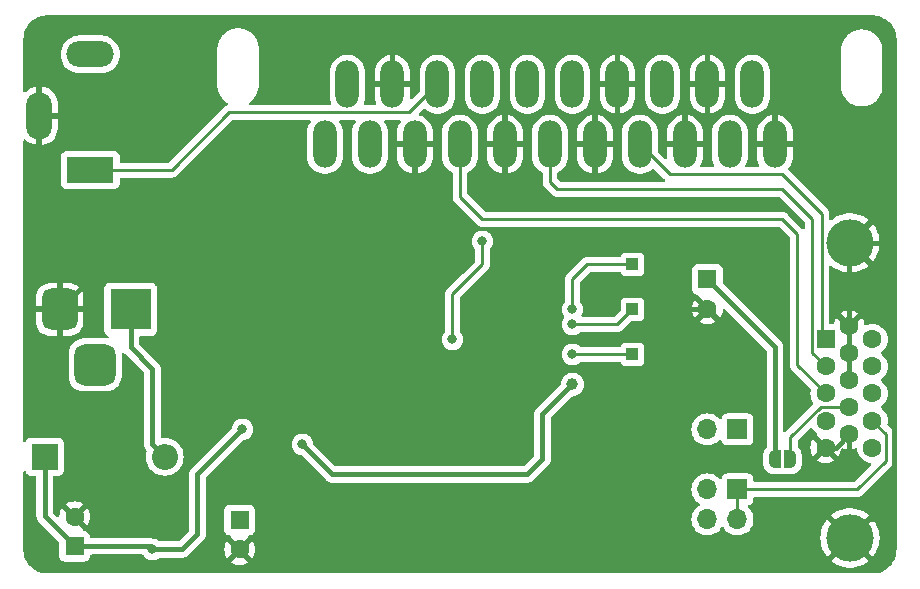
<source format=gbr>
%TF.GenerationSoftware,KiCad,Pcbnew,7.0.8*%
%TF.CreationDate,2023-10-25T20:50:05+02:00*%
%TF.ProjectId,SCART_syncSplitter,53434152-545f-4737-996e-6353706c6974,rev?*%
%TF.SameCoordinates,Original*%
%TF.FileFunction,Copper,L2,Bot*%
%TF.FilePolarity,Positive*%
%FSLAX46Y46*%
G04 Gerber Fmt 4.6, Leading zero omitted, Abs format (unit mm)*
G04 Created by KiCad (PCBNEW 7.0.8) date 2023-10-25 20:50:05*
%MOMM*%
%LPD*%
G01*
G04 APERTURE LIST*
G04 Aperture macros list*
%AMRoundRect*
0 Rectangle with rounded corners*
0 $1 Rounding radius*
0 $2 $3 $4 $5 $6 $7 $8 $9 X,Y pos of 4 corners*
0 Add a 4 corners polygon primitive as box body*
4,1,4,$2,$3,$4,$5,$6,$7,$8,$9,$2,$3,0*
0 Add four circle primitives for the rounded corners*
1,1,$1+$1,$2,$3*
1,1,$1+$1,$4,$5*
1,1,$1+$1,$6,$7*
1,1,$1+$1,$8,$9*
0 Add four rect primitives between the rounded corners*
20,1,$1+$1,$2,$3,$4,$5,0*
20,1,$1+$1,$4,$5,$6,$7,0*
20,1,$1+$1,$6,$7,$8,$9,0*
20,1,$1+$1,$8,$9,$2,$3,0*%
%AMFreePoly0*
4,1,19,0.500000,-0.750000,0.000000,-0.750000,0.000000,-0.744911,-0.071157,-0.744911,-0.207708,-0.704816,-0.327430,-0.627875,-0.420627,-0.520320,-0.479746,-0.390866,-0.500000,-0.250000,-0.500000,0.250000,-0.479746,0.390866,-0.420627,0.520320,-0.327430,0.627875,-0.207708,0.704816,-0.071157,0.744911,0.000000,0.744911,0.000000,0.750000,0.500000,0.750000,0.500000,-0.750000,0.500000,-0.750000,
$1*%
%AMFreePoly1*
4,1,19,0.000000,0.744911,0.071157,0.744911,0.207708,0.704816,0.327430,0.627875,0.420627,0.520320,0.479746,0.390866,0.500000,0.250000,0.500000,-0.250000,0.479746,-0.390866,0.420627,-0.520320,0.327430,-0.627875,0.207708,-0.704816,0.071157,-0.744911,0.000000,-0.744911,0.000000,-0.750000,-0.500000,-0.750000,-0.500000,0.750000,0.000000,0.750000,0.000000,0.744911,0.000000,0.744911,
$1*%
G04 Aperture macros list end*
%TA.AperFunction,ComponentPad*%
%ADD10R,2.200000X2.200000*%
%TD*%
%TA.AperFunction,ComponentPad*%
%ADD11O,2.200000X2.200000*%
%TD*%
%TA.AperFunction,ComponentPad*%
%ADD12O,4.000000X2.200000*%
%TD*%
%TA.AperFunction,ComponentPad*%
%ADD13O,2.200000X4.000000*%
%TD*%
%TA.AperFunction,ComponentPad*%
%ADD14R,4.000000X2.200000*%
%TD*%
%TA.AperFunction,ComponentPad*%
%ADD15R,3.500000X3.500000*%
%TD*%
%TA.AperFunction,ComponentPad*%
%ADD16RoundRect,0.750000X-0.750000X-1.000000X0.750000X-1.000000X0.750000X1.000000X-0.750000X1.000000X0*%
%TD*%
%TA.AperFunction,ComponentPad*%
%ADD17RoundRect,0.875000X-0.875000X-0.875000X0.875000X-0.875000X0.875000X0.875000X-0.875000X0.875000X0*%
%TD*%
%TA.AperFunction,ComponentPad*%
%ADD18R,1.600000X1.600000*%
%TD*%
%TA.AperFunction,ComponentPad*%
%ADD19C,1.600000*%
%TD*%
%TA.AperFunction,ComponentPad*%
%ADD20O,2.000000X4.000000*%
%TD*%
%TA.AperFunction,ComponentPad*%
%ADD21C,4.000000*%
%TD*%
%TA.AperFunction,ComponentPad*%
%ADD22R,1.700000X1.700000*%
%TD*%
%TA.AperFunction,ComponentPad*%
%ADD23O,1.700000X1.700000*%
%TD*%
%TA.AperFunction,SMDPad,CuDef*%
%ADD24R,1.000000X1.000000*%
%TD*%
%TA.AperFunction,SMDPad,CuDef*%
%ADD25FreePoly0,0.000000*%
%TD*%
%TA.AperFunction,SMDPad,CuDef*%
%ADD26FreePoly1,0.000000*%
%TD*%
%TA.AperFunction,ViaPad*%
%ADD27C,0.800000*%
%TD*%
%TA.AperFunction,ViaPad*%
%ADD28C,1.000000*%
%TD*%
%TA.AperFunction,Conductor*%
%ADD29C,0.400000*%
%TD*%
%TA.AperFunction,Conductor*%
%ADD30C,0.250000*%
%TD*%
G04 APERTURE END LIST*
D10*
%TO.P,D1,1,K*%
%TO.N,Net-(D1-K)*%
X51835000Y-56920000D03*
D11*
%TO.P,D1,2,A*%
%TO.N,Net-(D1-A)*%
X61995000Y-56920000D03*
%TD*%
D12*
%TO.P,J5,R*%
%TO.N,/AUDIO_R*%
X55700000Y-22860000D03*
D13*
%TO.P,J5,S*%
%TO.N,GND*%
X51390000Y-28060000D03*
D14*
%TO.P,J5,T*%
%TO.N,/AUDIO_L*%
X55700000Y-32660000D03*
%TD*%
D15*
%TO.P,J3,1*%
%TO.N,Net-(D1-A)*%
X59105000Y-44450000D03*
D16*
%TO.P,J3,2*%
%TO.N,GND*%
X53105000Y-44450000D03*
D17*
%TO.P,J3,3*%
%TO.N,N/C*%
X56105000Y-49150000D03*
%TD*%
D18*
%TO.P,C9,1*%
%TO.N,Net-(D1-K)*%
X54375000Y-64500000D03*
D19*
%TO.P,C9,2*%
%TO.N,GND*%
X54375000Y-62000000D03*
%TD*%
D18*
%TO.P,C8,1*%
%TO.N,VCC*%
X68345000Y-62270000D03*
D19*
%TO.P,C8,2*%
%TO.N,GND*%
X68345000Y-64770000D03*
%TD*%
D20*
%TO.P,J1,1,P1*%
%TO.N,unconnected-(J1-P1-Pad1)*%
X75565000Y-30480000D03*
%TO.P,J1,2,P2*%
%TO.N,/AUDIO_R*%
X77470000Y-25400000D03*
%TO.P,J1,3,P3*%
%TO.N,unconnected-(J1-P3-Pad3)*%
X79375000Y-30480000D03*
%TO.P,J1,4,P4*%
%TO.N,GND*%
X81280000Y-25400000D03*
%TO.P,J1,5,P5*%
X83185000Y-30480000D03*
%TO.P,J1,6,P6*%
%TO.N,/AUDIO_L*%
X85090000Y-25400000D03*
%TO.P,J1,7,P7*%
%TO.N,/S_BLUE*%
X86995000Y-30480000D03*
%TO.P,J1,8,P8*%
%TO.N,unconnected-(J1-P8-Pad8)*%
X88900000Y-25400000D03*
%TO.P,J1,9,P9*%
%TO.N,GND*%
X90805000Y-30480000D03*
%TO.P,J1,10,P10*%
%TO.N,unconnected-(J1-P10-Pad10)*%
X92710000Y-25400000D03*
%TO.P,J1,11,P11*%
%TO.N,/S_GREEN*%
X94615000Y-30480000D03*
%TO.P,J1,12,P12*%
%TO.N,unconnected-(J1-P12-Pad12)*%
X96520000Y-25400000D03*
%TO.P,J1,13,P13*%
%TO.N,GND*%
X98425000Y-30480000D03*
%TO.P,J1,14,P14*%
X100330000Y-25400000D03*
%TO.P,J1,15,P15*%
%TO.N,/S_RED*%
X102235000Y-30480000D03*
%TO.P,J1,16,P16*%
%TO.N,unconnected-(J1-P16-Pad16)*%
X104140000Y-25400000D03*
%TO.P,J1,17,P17*%
%TO.N,GND*%
X106045000Y-30480000D03*
%TO.P,J1,18,P18*%
X107950000Y-25400000D03*
%TO.P,J1,19,P19*%
%TO.N,unconnected-(J1-P19-Pad19)*%
X109855000Y-30480000D03*
%TO.P,J1,20,P20*%
%TO.N,/COMPOSITE_IN*%
X111760000Y-25400000D03*
%TO.P,J1,21,P21*%
%TO.N,GND*%
X113665000Y-30480000D03*
%TD*%
D21*
%TO.P,J2,0*%
%TO.N,GND*%
X120010000Y-63805000D03*
X120010000Y-38805000D03*
D18*
%TO.P,J2,1*%
%TO.N,/S_RED*%
X117960000Y-46990000D03*
D19*
%TO.P,J2,2*%
%TO.N,/S_GREEN*%
X117960000Y-49280000D03*
%TO.P,J2,3*%
%TO.N,/S_BLUE*%
X117960000Y-51570000D03*
%TO.P,J2,4*%
%TO.N,unconnected-(J2-Pad4)*%
X117960000Y-53860000D03*
%TO.P,J2,5*%
%TO.N,GND*%
X117960000Y-56150000D03*
%TO.P,J2,6*%
X119940000Y-45845000D03*
%TO.P,J2,7*%
X119940000Y-48135000D03*
%TO.P,J2,8*%
X119940000Y-50425000D03*
%TO.P,J2,9*%
%TO.N,Net-(JP2-B)*%
X119940000Y-52715000D03*
%TO.P,J2,10*%
%TO.N,GND*%
X119940000Y-55005000D03*
%TO.P,J2,11*%
%TO.N,unconnected-(J2-Pad11)*%
X121920000Y-46990000D03*
%TO.P,J2,12*%
%TO.N,unconnected-(J2-Pad12)*%
X121920000Y-49280000D03*
%TO.P,J2,13*%
%TO.N,Net-(JP1-A)*%
X121920000Y-51570000D03*
%TO.P,J2,14*%
%TO.N,Net-(J4-Pin_1)*%
X121920000Y-53860000D03*
%TO.P,J2,15*%
%TO.N,unconnected-(J2-Pad15)*%
X121920000Y-56150000D03*
%TD*%
D18*
%TO.P,C5,1*%
%TO.N,VCC*%
X107950000Y-41910000D03*
D19*
%TO.P,C5,2*%
%TO.N,GND*%
X107950000Y-44410000D03*
%TD*%
D22*
%TO.P,JP1,1,A*%
%TO.N,Net-(JP1-A)*%
X110490000Y-54610000D03*
D23*
%TO.P,JP1,2,B*%
%TO.N,/VSync_OUT*%
X107950000Y-54610000D03*
%TD*%
D22*
%TO.P,J4,1,Pin_1*%
%TO.N,Net-(J4-Pin_1)*%
X110490000Y-59690000D03*
D23*
%TO.P,J4,2,Pin_2*%
X110490000Y-62230000D03*
%TO.P,J4,3,Pin_3*%
%TO.N,/CSync_OUT*%
X107950000Y-59690000D03*
%TO.P,J4,4,Pin_4*%
%TO.N,/HSync_OUT*%
X107950000Y-62230000D03*
%TD*%
D24*
%TO.P,TP3,1,1*%
%TO.N,Net-(U1-VF)*%
X101600000Y-48260000D03*
%TD*%
%TO.P,TP1,1,1*%
%TO.N,Net-(U1-OE)*%
X101600000Y-40640000D03*
%TD*%
%TO.P,TP2,1,1*%
%TO.N,Net-(U1-BP)*%
X101600000Y-44450000D03*
%TD*%
D25*
%TO.P,JP2,1,A*%
%TO.N,VCC*%
X113650000Y-57150000D03*
D26*
%TO.P,JP2,2,B*%
%TO.N,Net-(JP2-B)*%
X114950000Y-57150000D03*
%TD*%
D27*
%TO.N,GND*%
X74930000Y-48260000D03*
X81280000Y-43180000D03*
X74930000Y-41910000D03*
X67310000Y-48260000D03*
X67310000Y-41910000D03*
D28*
X119380000Y-58420000D03*
D27*
X99060000Y-55880000D03*
D28*
X85090000Y-54610000D03*
D27*
X93980000Y-38100000D03*
X99060000Y-63500000D03*
D28*
X84405000Y-46990000D03*
X99060000Y-44450000D03*
X91440000Y-46990000D03*
X110770000Y-35560000D03*
D27*
%TO.N,/FILT_COMPOSITE*%
X88900000Y-38685000D03*
X86360000Y-46990000D03*
%TO.N,VCC*%
X73660000Y-55880000D03*
D28*
X96520000Y-50800000D03*
D27*
%TO.N,Net-(D1-K)*%
X60960000Y-64770000D03*
X68580000Y-54610000D03*
%TO.N,Net-(U1-OE)*%
X96520000Y-44450000D03*
%TO.N,Net-(U1-BP)*%
X96520000Y-45720000D03*
%TO.N,Net-(U1-VF)*%
X96520000Y-48260000D03*
%TD*%
D29*
%TO.N,GND*%
X107950000Y-44410000D02*
X105370000Y-44410000D01*
X117960000Y-56150000D02*
X118795000Y-56150000D01*
X119940000Y-45845000D02*
X119940000Y-38875000D01*
X84405000Y-46990000D02*
X83820000Y-46990000D01*
X81280000Y-44450000D02*
X81280000Y-43180000D01*
X84405000Y-53925000D02*
X85090000Y-54610000D01*
X123760000Y-61660000D02*
X123190000Y-62230000D01*
X119940000Y-55005000D02*
X119940000Y-56590000D01*
X85090000Y-48260000D02*
X90170000Y-48260000D01*
X102870000Y-38100000D02*
X93980000Y-38100000D01*
X122625000Y-38805000D02*
X123760000Y-39940000D01*
X84405000Y-47575000D02*
X85090000Y-48260000D01*
X119940000Y-48135000D02*
X119940000Y-45845000D01*
X121585000Y-62230000D02*
X120010000Y-63805000D01*
X84405000Y-46990000D02*
X84405000Y-47575000D01*
X119940000Y-38875000D02*
X120010000Y-38805000D01*
X55645000Y-41910000D02*
X53105000Y-44450000D01*
X118795000Y-56150000D02*
X119940000Y-55005000D01*
X80010000Y-41910000D02*
X74930000Y-41910000D01*
X119940000Y-50425000D02*
X119940000Y-48135000D01*
X120010000Y-38805000D02*
X122625000Y-38805000D01*
X105370000Y-44410000D02*
X104140000Y-43180000D01*
X104140000Y-43180000D02*
X104140000Y-39370000D01*
X123760000Y-39940000D02*
X123760000Y-61660000D01*
X119380000Y-57150000D02*
X119380000Y-58420000D01*
X67310000Y-41910000D02*
X55645000Y-41910000D01*
X84405000Y-46990000D02*
X84405000Y-53925000D01*
X119940000Y-56590000D02*
X119380000Y-57150000D01*
X81280000Y-43180000D02*
X80010000Y-41910000D01*
X123190000Y-62230000D02*
X121585000Y-62230000D01*
X83820000Y-46990000D02*
X81280000Y-44450000D01*
X90170000Y-48260000D02*
X91440000Y-46990000D01*
X104140000Y-39370000D02*
X102870000Y-38100000D01*
X74930000Y-41910000D02*
X67310000Y-41910000D01*
D30*
%TO.N,/FILT_COMPOSITE*%
X86360000Y-43180000D02*
X86360000Y-45720000D01*
X88900000Y-38685000D02*
X88900000Y-40640000D01*
X86360000Y-45720000D02*
X86360000Y-46990000D01*
X87630000Y-41910000D02*
X86360000Y-43180000D01*
X88900000Y-40640000D02*
X87630000Y-41910000D01*
D29*
%TO.N,VCC*%
X92710000Y-58420000D02*
X76200000Y-58420000D01*
X113650000Y-47610000D02*
X113650000Y-57150000D01*
X76200000Y-58420000D02*
X73660000Y-55880000D01*
X93980000Y-53340000D02*
X93980000Y-57150000D01*
X107950000Y-41910000D02*
X113650000Y-47610000D01*
X93980000Y-57150000D02*
X92710000Y-58420000D01*
X96520000Y-50800000D02*
X93980000Y-53340000D01*
%TO.N,Net-(D1-K)*%
X60690000Y-64500000D02*
X60960000Y-64770000D01*
X68580000Y-54610000D02*
X64770000Y-58420000D01*
X64770000Y-58420000D02*
X64770000Y-63500000D01*
X51835000Y-56920000D02*
X51835000Y-61960000D01*
X51835000Y-61960000D02*
X54375000Y-64500000D01*
X54375000Y-64500000D02*
X60690000Y-64500000D01*
X63500000Y-64770000D02*
X60960000Y-64770000D01*
X64770000Y-63500000D02*
X63500000Y-64770000D01*
%TO.N,Net-(D1-A)*%
X59105000Y-47675000D02*
X59105000Y-44450000D01*
X61995000Y-56920000D02*
X60960000Y-55885000D01*
X60960000Y-49530000D02*
X59105000Y-47675000D01*
X60960000Y-55885000D02*
X60960000Y-49530000D01*
D30*
%TO.N,/S_GREEN*%
X116835000Y-36835000D02*
X116840000Y-36830000D01*
X117960000Y-49280000D02*
X116835000Y-48155000D01*
X116840000Y-36830000D02*
X114300000Y-34290000D01*
X95250000Y-34290000D02*
X94615000Y-33655000D01*
X94615000Y-33655000D02*
X94615000Y-30480000D01*
X116835000Y-48155000D02*
X116835000Y-36835000D01*
X114300000Y-34290000D02*
X95250000Y-34290000D01*
%TO.N,/S_RED*%
X117635000Y-46665000D02*
X117960000Y-46990000D01*
X117635000Y-36355000D02*
X117635000Y-46665000D01*
X102235000Y-30480000D02*
X104775000Y-33020000D01*
X114300000Y-33020000D02*
X117635000Y-36355000D01*
X104775000Y-33020000D02*
X114300000Y-33020000D01*
%TO.N,/AUDIO_L*%
X82716283Y-27773717D02*
X85090000Y-25400000D01*
X62590000Y-32660000D02*
X67476283Y-27773717D01*
X55700000Y-32660000D02*
X62590000Y-32660000D01*
X67476283Y-27773717D02*
X82716283Y-27773717D01*
%TO.N,/S_BLUE*%
X88900000Y-36830000D02*
X114300000Y-36830000D01*
X114300000Y-36830000D02*
X115570000Y-38100000D01*
X117960000Y-51570000D02*
X115570000Y-49180000D01*
X86995000Y-30480000D02*
X86995000Y-34925000D01*
X86995000Y-34925000D02*
X88900000Y-36830000D01*
X115570000Y-49180000D02*
X115570000Y-38100000D01*
%TO.N,Net-(JP2-B)*%
X117521122Y-52715000D02*
X119940000Y-52715000D01*
X114950000Y-55286122D02*
X117521122Y-52715000D01*
X114950000Y-57150000D02*
X114950000Y-55286122D01*
%TO.N,Net-(J4-Pin_1)*%
X120650000Y-59690000D02*
X110490000Y-59690000D01*
X123045000Y-54985000D02*
X123045000Y-57295000D01*
X123045000Y-57295000D02*
X120650000Y-59690000D01*
X110490000Y-59690000D02*
X110490000Y-62230000D01*
X121920000Y-53860000D02*
X123045000Y-54985000D01*
%TO.N,Net-(U1-OE)*%
X96520000Y-44450000D02*
X96520000Y-41910000D01*
X96520000Y-41910000D02*
X97790000Y-40640000D01*
X97790000Y-40640000D02*
X101600000Y-40640000D01*
%TO.N,Net-(U1-BP)*%
X96520000Y-45720000D02*
X100330000Y-45720000D01*
X100330000Y-45720000D02*
X101600000Y-44450000D01*
%TO.N,Net-(U1-VF)*%
X96520000Y-48260000D02*
X101600000Y-48260000D01*
%TD*%
%TA.AperFunction,Conductor*%
%TO.N,GND*%
G36*
X121922018Y-19550633D02*
G01*
X122108581Y-19562860D01*
X122182158Y-19567682D01*
X122190191Y-19568740D01*
X122427754Y-19615994D01*
X122443869Y-19619200D01*
X122451712Y-19621301D01*
X122696644Y-19704444D01*
X122704118Y-19707540D01*
X122936107Y-19821944D01*
X122943129Y-19825999D01*
X123158191Y-19969699D01*
X123164627Y-19974638D01*
X123359085Y-20145174D01*
X123364825Y-20150914D01*
X123535361Y-20345372D01*
X123540304Y-20351813D01*
X123683999Y-20566868D01*
X123688057Y-20573897D01*
X123796814Y-20794435D01*
X123802453Y-20805868D01*
X123805557Y-20813363D01*
X123828101Y-20879774D01*
X123888698Y-21058288D01*
X123890799Y-21066130D01*
X123941257Y-21319795D01*
X123942317Y-21327844D01*
X123959367Y-21587981D01*
X123959500Y-21592037D01*
X123959500Y-64767962D01*
X123959367Y-64772018D01*
X123942317Y-65032155D01*
X123941257Y-65040204D01*
X123890799Y-65293869D01*
X123888698Y-65301711D01*
X123805560Y-65546630D01*
X123802453Y-65554131D01*
X123688058Y-65786101D01*
X123683999Y-65793131D01*
X123540304Y-66008186D01*
X123535361Y-66014627D01*
X123364825Y-66209085D01*
X123359085Y-66214825D01*
X123164627Y-66385361D01*
X123158186Y-66390304D01*
X122943131Y-66533999D01*
X122936101Y-66538058D01*
X122704131Y-66652453D01*
X122696630Y-66655560D01*
X122451711Y-66738698D01*
X122443869Y-66740799D01*
X122190204Y-66791257D01*
X122182155Y-66792317D01*
X121922018Y-66809367D01*
X121917962Y-66809500D01*
X52072038Y-66809500D01*
X52067982Y-66809367D01*
X51807844Y-66792317D01*
X51799795Y-66791257D01*
X51546130Y-66740799D01*
X51538288Y-66738698D01*
X51380361Y-66685089D01*
X51293363Y-66655557D01*
X51285874Y-66652455D01*
X51053897Y-66538057D01*
X51046868Y-66533999D01*
X50831813Y-66390304D01*
X50825372Y-66385361D01*
X50630914Y-66214825D01*
X50625174Y-66209085D01*
X50454638Y-66014627D01*
X50449699Y-66008191D01*
X50305999Y-65793129D01*
X50301944Y-65786107D01*
X50187540Y-65554118D01*
X50184444Y-65546644D01*
X50101301Y-65301711D01*
X50099200Y-65293869D01*
X50091958Y-65257461D01*
X50048740Y-65040191D01*
X50047682Y-65032154D01*
X50046345Y-65011761D01*
X50038703Y-64895148D01*
X50030633Y-64772018D01*
X50030500Y-64767962D01*
X50030500Y-58250642D01*
X50050185Y-58183603D01*
X50102989Y-58137848D01*
X50172147Y-58127904D01*
X50235703Y-58156929D01*
X50270682Y-58207309D01*
X50291202Y-58262328D01*
X50291206Y-58262335D01*
X50377452Y-58377544D01*
X50377455Y-58377547D01*
X50492664Y-58463793D01*
X50492671Y-58463797D01*
X50537618Y-58480561D01*
X50627517Y-58514091D01*
X50687127Y-58520500D01*
X51010500Y-58520499D01*
X51077539Y-58540183D01*
X51123294Y-58592987D01*
X51134500Y-58644499D01*
X51134500Y-61936951D01*
X51134387Y-61940696D01*
X51130642Y-62002603D01*
X51130642Y-62002605D01*
X51141821Y-62063612D01*
X51142384Y-62067313D01*
X51149859Y-62128870D01*
X51149860Y-62128874D01*
X51153451Y-62138343D01*
X51159474Y-62159946D01*
X51161304Y-62169930D01*
X51186759Y-62226490D01*
X51188189Y-62229941D01*
X51210182Y-62287930D01*
X51210183Y-62287931D01*
X51215936Y-62296266D01*
X51226961Y-62315813D01*
X51231120Y-62325055D01*
X51231124Y-62325060D01*
X51269371Y-62373878D01*
X51271591Y-62376896D01*
X51306812Y-62427924D01*
X51306816Y-62427928D01*
X51306817Y-62427929D01*
X51353250Y-62469064D01*
X51355941Y-62471598D01*
X52226795Y-63342452D01*
X53038181Y-64153838D01*
X53071666Y-64215161D01*
X53074500Y-64241519D01*
X53074500Y-65347870D01*
X53074501Y-65347876D01*
X53080908Y-65407483D01*
X53131202Y-65542328D01*
X53131206Y-65542335D01*
X53217452Y-65657544D01*
X53217455Y-65657547D01*
X53332664Y-65743793D01*
X53332671Y-65743797D01*
X53467517Y-65794091D01*
X53467516Y-65794091D01*
X53474444Y-65794835D01*
X53527127Y-65800500D01*
X55222872Y-65800499D01*
X55282483Y-65794091D01*
X55417331Y-65743796D01*
X55532546Y-65657546D01*
X55618796Y-65542331D01*
X55669091Y-65407483D01*
X55675500Y-65347873D01*
X55675500Y-65324500D01*
X55695185Y-65257461D01*
X55747989Y-65211706D01*
X55799500Y-65200500D01*
X60097150Y-65200500D01*
X60164189Y-65220185D01*
X60204536Y-65262499D01*
X60213123Y-65277371D01*
X60227467Y-65302216D01*
X60354129Y-65442888D01*
X60507265Y-65554148D01*
X60507270Y-65554151D01*
X60680192Y-65631142D01*
X60680197Y-65631144D01*
X60865354Y-65670500D01*
X60865355Y-65670500D01*
X61054644Y-65670500D01*
X61054646Y-65670500D01*
X61239803Y-65631144D01*
X61412730Y-65554151D01*
X61493495Y-65495472D01*
X61495271Y-65494182D01*
X61561077Y-65470702D01*
X61568156Y-65470500D01*
X63476952Y-65470500D01*
X63480697Y-65470613D01*
X63488042Y-65471057D01*
X63542606Y-65474358D01*
X63580314Y-65467447D01*
X63603621Y-65463177D01*
X63607325Y-65462613D01*
X63625170Y-65460446D01*
X63668872Y-65455140D01*
X63678335Y-65451550D01*
X63699961Y-65445522D01*
X63700893Y-65445351D01*
X63709932Y-65443695D01*
X63766512Y-65418229D01*
X63769942Y-65416809D01*
X63827930Y-65394818D01*
X63836266Y-65389062D01*
X63855821Y-65378034D01*
X63865057Y-65373878D01*
X63913896Y-65335613D01*
X63916876Y-65333421D01*
X63967929Y-65298183D01*
X64009065Y-65251748D01*
X64011599Y-65249056D01*
X64490653Y-64770002D01*
X67040034Y-64770002D01*
X67059858Y-64996599D01*
X67059860Y-64996610D01*
X67118730Y-65216317D01*
X67118734Y-65216326D01*
X67214865Y-65422481D01*
X67214866Y-65422483D01*
X67265973Y-65495471D01*
X67265974Y-65495472D01*
X67947046Y-64814399D01*
X67959835Y-64895148D01*
X68017359Y-65008045D01*
X68106955Y-65097641D01*
X68219852Y-65155165D01*
X68300599Y-65167953D01*
X67619526Y-65849025D01*
X67619526Y-65849026D01*
X67692512Y-65900131D01*
X67692516Y-65900133D01*
X67898673Y-65996265D01*
X67898682Y-65996269D01*
X68118389Y-66055139D01*
X68118400Y-66055141D01*
X68344998Y-66074966D01*
X68345002Y-66074966D01*
X68571599Y-66055141D01*
X68571610Y-66055139D01*
X68791317Y-65996269D01*
X68791331Y-65996264D01*
X68997478Y-65900136D01*
X69070472Y-65849025D01*
X68389401Y-65167953D01*
X68470148Y-65155165D01*
X68583045Y-65097641D01*
X68672641Y-65008045D01*
X68730165Y-64895148D01*
X68742953Y-64814400D01*
X69424025Y-65495472D01*
X69475136Y-65422478D01*
X69571264Y-65216331D01*
X69571269Y-65216317D01*
X69630139Y-64996610D01*
X69630141Y-64996599D01*
X69649966Y-64770002D01*
X69649966Y-64769997D01*
X69630141Y-64543400D01*
X69630139Y-64543389D01*
X69571269Y-64323682D01*
X69571265Y-64323673D01*
X69475133Y-64117516D01*
X69475131Y-64117512D01*
X69424026Y-64044526D01*
X69424025Y-64044526D01*
X68742953Y-64725598D01*
X68730165Y-64644852D01*
X68672641Y-64531955D01*
X68583045Y-64442359D01*
X68470148Y-64384835D01*
X68389400Y-64372046D01*
X68956440Y-63805005D01*
X117505057Y-63805005D01*
X117524807Y-64118942D01*
X117524808Y-64118949D01*
X117583755Y-64427958D01*
X117680963Y-64727132D01*
X117680965Y-64727137D01*
X117814900Y-65011761D01*
X117814903Y-65011767D01*
X117983457Y-65277367D01*
X117983460Y-65277371D01*
X118074286Y-65387160D01*
X118712266Y-64749180D01*
X118875130Y-64939870D01*
X119065818Y-65102732D01*
X118424971Y-65743579D01*
X118424972Y-65743581D01*
X118667772Y-65919985D01*
X118667790Y-65919996D01*
X118943447Y-66071540D01*
X118943455Y-66071544D01*
X119235926Y-66187340D01*
X119540620Y-66265573D01*
X119540629Y-66265575D01*
X119852701Y-66304999D01*
X119852715Y-66305000D01*
X120167285Y-66305000D01*
X120167298Y-66304999D01*
X120479370Y-66265575D01*
X120479379Y-66265573D01*
X120784073Y-66187340D01*
X121076544Y-66071544D01*
X121076552Y-66071540D01*
X121352209Y-65919996D01*
X121352219Y-65919990D01*
X121595026Y-65743579D01*
X121595027Y-65743579D01*
X120954180Y-65102733D01*
X121144870Y-64939870D01*
X121307733Y-64749181D01*
X121945712Y-65387160D01*
X122036544Y-65277364D01*
X122205096Y-65011767D01*
X122205099Y-65011761D01*
X122339034Y-64727137D01*
X122339036Y-64727132D01*
X122436244Y-64427958D01*
X122495191Y-64118949D01*
X122495192Y-64118942D01*
X122514943Y-63805005D01*
X122514943Y-63804994D01*
X122495192Y-63491057D01*
X122495191Y-63491050D01*
X122436244Y-63182041D01*
X122339036Y-62882867D01*
X122339034Y-62882862D01*
X122205099Y-62598238D01*
X122205096Y-62598232D01*
X122036542Y-62332632D01*
X122036539Y-62332628D01*
X121945712Y-62222838D01*
X121307732Y-62860818D01*
X121144870Y-62670130D01*
X120954180Y-62507266D01*
X121595027Y-61866419D01*
X121595026Y-61866417D01*
X121352227Y-61690014D01*
X121352209Y-61690003D01*
X121076552Y-61538459D01*
X121076544Y-61538455D01*
X120784073Y-61422659D01*
X120479379Y-61344426D01*
X120479370Y-61344424D01*
X120167298Y-61305000D01*
X119852701Y-61305000D01*
X119540629Y-61344424D01*
X119540620Y-61344426D01*
X119235926Y-61422659D01*
X118943455Y-61538455D01*
X118943447Y-61538459D01*
X118667787Y-61690004D01*
X118667782Y-61690007D01*
X118424972Y-61866418D01*
X118424971Y-61866419D01*
X119065819Y-62507266D01*
X118875130Y-62670130D01*
X118712266Y-62860818D01*
X118074286Y-62222838D01*
X118074285Y-62222838D01*
X117983459Y-62332629D01*
X117983457Y-62332632D01*
X117814903Y-62598232D01*
X117814900Y-62598238D01*
X117680965Y-62882862D01*
X117680963Y-62882867D01*
X117583755Y-63182041D01*
X117524808Y-63491050D01*
X117524807Y-63491057D01*
X117505057Y-63804994D01*
X117505057Y-63805005D01*
X68956440Y-63805005D01*
X69075646Y-63685799D01*
X69085492Y-63636807D01*
X69134107Y-63586624D01*
X69189633Y-63571981D01*
X69189576Y-63570900D01*
X69189571Y-63570854D01*
X69189573Y-63570853D01*
X69189564Y-63570676D01*
X69192857Y-63570499D01*
X69192872Y-63570499D01*
X69252483Y-63564091D01*
X69387331Y-63513796D01*
X69502546Y-63427546D01*
X69588796Y-63312331D01*
X69639091Y-63177483D01*
X69645500Y-63117873D01*
X69645499Y-61422128D01*
X69639091Y-61362517D01*
X69592154Y-61236673D01*
X69588797Y-61227671D01*
X69588793Y-61227664D01*
X69502547Y-61112455D01*
X69502544Y-61112452D01*
X69387335Y-61026206D01*
X69387328Y-61026202D01*
X69252482Y-60975908D01*
X69252483Y-60975908D01*
X69192883Y-60969501D01*
X69192881Y-60969500D01*
X69192873Y-60969500D01*
X69192864Y-60969500D01*
X67497129Y-60969500D01*
X67497123Y-60969501D01*
X67437516Y-60975908D01*
X67302671Y-61026202D01*
X67302664Y-61026206D01*
X67187455Y-61112452D01*
X67187452Y-61112455D01*
X67101206Y-61227664D01*
X67101202Y-61227671D01*
X67050908Y-61362517D01*
X67044501Y-61422116D01*
X67044501Y-61422123D01*
X67044500Y-61422135D01*
X67044500Y-63117870D01*
X67044501Y-63117876D01*
X67050908Y-63177483D01*
X67101202Y-63312328D01*
X67101206Y-63312335D01*
X67187452Y-63427544D01*
X67187455Y-63427547D01*
X67302664Y-63513793D01*
X67302671Y-63513797D01*
X67347618Y-63530561D01*
X67437517Y-63564091D01*
X67497127Y-63570500D01*
X67497153Y-63570499D01*
X67500453Y-63570678D01*
X67500372Y-63572183D01*
X67561672Y-63590112D01*
X67607483Y-63642867D01*
X67615016Y-63686463D01*
X68300600Y-64372046D01*
X68219852Y-64384835D01*
X68106955Y-64442359D01*
X68017359Y-64531955D01*
X67959835Y-64644852D01*
X67947046Y-64725599D01*
X67265973Y-64044526D01*
X67265972Y-64044527D01*
X67214868Y-64117513D01*
X67118734Y-64323673D01*
X67118730Y-64323682D01*
X67059860Y-64543389D01*
X67059858Y-64543400D01*
X67040034Y-64769997D01*
X67040034Y-64770002D01*
X64490653Y-64770002D01*
X65249056Y-64011599D01*
X65251748Y-64009065D01*
X65298183Y-63967929D01*
X65333436Y-63916855D01*
X65335613Y-63913896D01*
X65373878Y-63865057D01*
X65378037Y-63855815D01*
X65389062Y-63836268D01*
X65394818Y-63827930D01*
X65416820Y-63769912D01*
X65418235Y-63766495D01*
X65443694Y-63709932D01*
X65445520Y-63699965D01*
X65451548Y-63678340D01*
X65455140Y-63668872D01*
X65462615Y-63607309D01*
X65463179Y-63603605D01*
X65469180Y-63570853D01*
X65474357Y-63542606D01*
X65472614Y-63513797D01*
X65470613Y-63480707D01*
X65470500Y-63476963D01*
X65470500Y-58761519D01*
X65490185Y-58694480D01*
X65506819Y-58673838D01*
X67053694Y-57126963D01*
X68300656Y-55880000D01*
X72754540Y-55880000D01*
X72774326Y-56068256D01*
X72774327Y-56068259D01*
X72832818Y-56248277D01*
X72832821Y-56248284D01*
X72927467Y-56412216D01*
X73049384Y-56547618D01*
X73054129Y-56552888D01*
X73207265Y-56664148D01*
X73207270Y-56664151D01*
X73380191Y-56741142D01*
X73380193Y-56741142D01*
X73380197Y-56741144D01*
X73535130Y-56774075D01*
X73596607Y-56807266D01*
X73597026Y-56807683D01*
X75688399Y-58899056D01*
X75690935Y-58901750D01*
X75732071Y-58948183D01*
X75763431Y-58969829D01*
X75783110Y-58983413D01*
X75786127Y-58985633D01*
X75834938Y-59023874D01*
X75834943Y-59023877D01*
X75844174Y-59028031D01*
X75863727Y-59039059D01*
X75872070Y-59044818D01*
X75930044Y-59066804D01*
X75930057Y-59066809D01*
X75933508Y-59068238D01*
X75963093Y-59081553D01*
X75990063Y-59093692D01*
X75990064Y-59093692D01*
X75990068Y-59093694D01*
X76000030Y-59095519D01*
X76021651Y-59101546D01*
X76021667Y-59101552D01*
X76031128Y-59105140D01*
X76047871Y-59107173D01*
X76092689Y-59112615D01*
X76096386Y-59113177D01*
X76157394Y-59124357D01*
X76157395Y-59124356D01*
X76157396Y-59124357D01*
X76219292Y-59120613D01*
X76223036Y-59120500D01*
X92686952Y-59120500D01*
X92690697Y-59120613D01*
X92698042Y-59121057D01*
X92752606Y-59124358D01*
X92790314Y-59117447D01*
X92813621Y-59113177D01*
X92817325Y-59112613D01*
X92835170Y-59110446D01*
X92878872Y-59105140D01*
X92888335Y-59101550D01*
X92909961Y-59095522D01*
X92910893Y-59095351D01*
X92919932Y-59093695D01*
X92976512Y-59068229D01*
X92979942Y-59066809D01*
X93037930Y-59044818D01*
X93046266Y-59039062D01*
X93065821Y-59028034D01*
X93075057Y-59023878D01*
X93123896Y-58985613D01*
X93126876Y-58983421D01*
X93177929Y-58948183D01*
X93219065Y-58901748D01*
X93221599Y-58899056D01*
X94459056Y-57661599D01*
X94461748Y-57659065D01*
X94508183Y-57617929D01*
X94543436Y-57566855D01*
X94545613Y-57563896D01*
X94583878Y-57515057D01*
X94588037Y-57505815D01*
X94599062Y-57486268D01*
X94604818Y-57477930D01*
X94626820Y-57419912D01*
X94628235Y-57416495D01*
X94653694Y-57359932D01*
X94655520Y-57349965D01*
X94661548Y-57328340D01*
X94665140Y-57318872D01*
X94671266Y-57268415D01*
X94672615Y-57257309D01*
X94673179Y-57253605D01*
X94677683Y-57229025D01*
X94684357Y-57192606D01*
X94680613Y-57130707D01*
X94680500Y-57126963D01*
X94680500Y-54610000D01*
X106594341Y-54610000D01*
X106614936Y-54845403D01*
X106614938Y-54845413D01*
X106676094Y-55073655D01*
X106676096Y-55073659D01*
X106676097Y-55073663D01*
X106741931Y-55214844D01*
X106775965Y-55287830D01*
X106775967Y-55287834D01*
X106850412Y-55394151D01*
X106911505Y-55481401D01*
X107078599Y-55648495D01*
X107157160Y-55703504D01*
X107272165Y-55784032D01*
X107272167Y-55784033D01*
X107272170Y-55784035D01*
X107486337Y-55883903D01*
X107714592Y-55945063D01*
X107891034Y-55960500D01*
X107949999Y-55965659D01*
X107950000Y-55965659D01*
X107950001Y-55965659D01*
X108008966Y-55960500D01*
X108185408Y-55945063D01*
X108413663Y-55883903D01*
X108627830Y-55784035D01*
X108821401Y-55648495D01*
X108943329Y-55526566D01*
X109004648Y-55493084D01*
X109074340Y-55498068D01*
X109130274Y-55539939D01*
X109147189Y-55570917D01*
X109196202Y-55702328D01*
X109196206Y-55702335D01*
X109282452Y-55817544D01*
X109282455Y-55817547D01*
X109397664Y-55903793D01*
X109397671Y-55903797D01*
X109532517Y-55954091D01*
X109532516Y-55954091D01*
X109539444Y-55954835D01*
X109592127Y-55960500D01*
X111387872Y-55960499D01*
X111447483Y-55954091D01*
X111582331Y-55903796D01*
X111697546Y-55817546D01*
X111783796Y-55702331D01*
X111834091Y-55567483D01*
X111840500Y-55507873D01*
X111840499Y-53712128D01*
X111834091Y-53652517D01*
X111832810Y-53649083D01*
X111783797Y-53517671D01*
X111783793Y-53517664D01*
X111697547Y-53402455D01*
X111697544Y-53402452D01*
X111582335Y-53316206D01*
X111582328Y-53316202D01*
X111447482Y-53265908D01*
X111447483Y-53265908D01*
X111387883Y-53259501D01*
X111387881Y-53259500D01*
X111387873Y-53259500D01*
X111387864Y-53259500D01*
X109592129Y-53259500D01*
X109592123Y-53259501D01*
X109532516Y-53265908D01*
X109397671Y-53316202D01*
X109397664Y-53316206D01*
X109282455Y-53402452D01*
X109282452Y-53402455D01*
X109196206Y-53517664D01*
X109196203Y-53517669D01*
X109147189Y-53649083D01*
X109105317Y-53705016D01*
X109039853Y-53729433D01*
X108971580Y-53714581D01*
X108943326Y-53693430D01*
X108821402Y-53571506D01*
X108821395Y-53571501D01*
X108627834Y-53435967D01*
X108627830Y-53435965D01*
X108579658Y-53413502D01*
X108413663Y-53336097D01*
X108413659Y-53336096D01*
X108413655Y-53336094D01*
X108185413Y-53274938D01*
X108185403Y-53274936D01*
X107950001Y-53254341D01*
X107949999Y-53254341D01*
X107714596Y-53274936D01*
X107714586Y-53274938D01*
X107486344Y-53336094D01*
X107486335Y-53336098D01*
X107272171Y-53435964D01*
X107272169Y-53435965D01*
X107078597Y-53571505D01*
X106911505Y-53738597D01*
X106775965Y-53932169D01*
X106775964Y-53932171D01*
X106676098Y-54146335D01*
X106676094Y-54146344D01*
X106614938Y-54374586D01*
X106614936Y-54374596D01*
X106594341Y-54609999D01*
X106594341Y-54610000D01*
X94680500Y-54610000D01*
X94680500Y-53681518D01*
X94700185Y-53614479D01*
X94716814Y-53593842D01*
X96472339Y-51838316D01*
X96533660Y-51804833D01*
X96547855Y-51802597D01*
X96716132Y-51786024D01*
X96904727Y-51728814D01*
X97078538Y-51635910D01*
X97230883Y-51510883D01*
X97355910Y-51358538D01*
X97448814Y-51184727D01*
X97506024Y-50996132D01*
X97525341Y-50800000D01*
X97506024Y-50603868D01*
X97448814Y-50415273D01*
X97448811Y-50415269D01*
X97448811Y-50415266D01*
X97355913Y-50241467D01*
X97355909Y-50241460D01*
X97230883Y-50089116D01*
X97078539Y-49964090D01*
X97078532Y-49964086D01*
X96904733Y-49871188D01*
X96904727Y-49871186D01*
X96716132Y-49813976D01*
X96716129Y-49813975D01*
X96520000Y-49794659D01*
X96323870Y-49813975D01*
X96135266Y-49871188D01*
X95961467Y-49964086D01*
X95961460Y-49964090D01*
X95809116Y-50089116D01*
X95684090Y-50241460D01*
X95684086Y-50241467D01*
X95591188Y-50415266D01*
X95533975Y-50603870D01*
X95517403Y-50772133D01*
X95491242Y-50836921D01*
X95481681Y-50847660D01*
X93500966Y-52828375D01*
X93498240Y-52830942D01*
X93451818Y-52872068D01*
X93416586Y-52923109D01*
X93414368Y-52926124D01*
X93376124Y-52974939D01*
X93376119Y-52974948D01*
X93371960Y-52984188D01*
X93360942Y-53003723D01*
X93355187Y-53012061D01*
X93355183Y-53012067D01*
X93355182Y-53012070D01*
X93355180Y-53012074D01*
X93355179Y-53012077D01*
X93333189Y-53070055D01*
X93331757Y-53073513D01*
X93306305Y-53130068D01*
X93304477Y-53140042D01*
X93298453Y-53161653D01*
X93294860Y-53171127D01*
X93294859Y-53171128D01*
X93287384Y-53232685D01*
X93286821Y-53236386D01*
X93275642Y-53297390D01*
X93275642Y-53297395D01*
X93279387Y-53359302D01*
X93279500Y-53363047D01*
X93279500Y-56808481D01*
X93259815Y-56875520D01*
X93243181Y-56896162D01*
X92456162Y-57683181D01*
X92394839Y-57716666D01*
X92368481Y-57719500D01*
X76541519Y-57719500D01*
X76474480Y-57699815D01*
X76453838Y-57683181D01*
X74586503Y-55815846D01*
X74553018Y-55754523D01*
X74550865Y-55741143D01*
X74545674Y-55691744D01*
X74544660Y-55688624D01*
X74487181Y-55511722D01*
X74487180Y-55511721D01*
X74487179Y-55511716D01*
X74392533Y-55347784D01*
X74265871Y-55207112D01*
X74208553Y-55165468D01*
X74112734Y-55095851D01*
X74112729Y-55095848D01*
X73939807Y-55018857D01*
X73939802Y-55018855D01*
X73794001Y-54987865D01*
X73754646Y-54979500D01*
X73565354Y-54979500D01*
X73532897Y-54986398D01*
X73380197Y-55018855D01*
X73380192Y-55018857D01*
X73207270Y-55095848D01*
X73207265Y-55095851D01*
X73054129Y-55207111D01*
X72927466Y-55347785D01*
X72832821Y-55511715D01*
X72832818Y-55511722D01*
X72774327Y-55691740D01*
X72774326Y-55691744D01*
X72754540Y-55880000D01*
X68300656Y-55880000D01*
X68642975Y-55537681D01*
X68704296Y-55504198D01*
X68704362Y-55504183D01*
X68859803Y-55471144D01*
X68859807Y-55471142D01*
X68859808Y-55471142D01*
X68918058Y-55445206D01*
X69032730Y-55394151D01*
X69185871Y-55282888D01*
X69312533Y-55142216D01*
X69407179Y-54978284D01*
X69465674Y-54798256D01*
X69485460Y-54610000D01*
X69465674Y-54421744D01*
X69407179Y-54241716D01*
X69312533Y-54077784D01*
X69185871Y-53937112D01*
X69185870Y-53937111D01*
X69032734Y-53825851D01*
X69032729Y-53825848D01*
X68859807Y-53748857D01*
X68859802Y-53748855D01*
X68698550Y-53714581D01*
X68674646Y-53709500D01*
X68485354Y-53709500D01*
X68461450Y-53714581D01*
X68300197Y-53748855D01*
X68300192Y-53748857D01*
X68127270Y-53825848D01*
X68127265Y-53825851D01*
X67974129Y-53937111D01*
X67847466Y-54077785D01*
X67752821Y-54241715D01*
X67752818Y-54241722D01*
X67694327Y-54421739D01*
X67694325Y-54421750D01*
X67689134Y-54471129D01*
X67662549Y-54535743D01*
X67653495Y-54545846D01*
X64290966Y-57908375D01*
X64288240Y-57910942D01*
X64241818Y-57952068D01*
X64206586Y-58003109D01*
X64204368Y-58006124D01*
X64166124Y-58054939D01*
X64166119Y-58054948D01*
X64161960Y-58064188D01*
X64150942Y-58083723D01*
X64145187Y-58092061D01*
X64145183Y-58092067D01*
X64145182Y-58092070D01*
X64145180Y-58092074D01*
X64145179Y-58092077D01*
X64123189Y-58150055D01*
X64121757Y-58153513D01*
X64096305Y-58210068D01*
X64094477Y-58220042D01*
X64088453Y-58241653D01*
X64084860Y-58251127D01*
X64084859Y-58251128D01*
X64077384Y-58312685D01*
X64076821Y-58316386D01*
X64065642Y-58377390D01*
X64065642Y-58377395D01*
X64069387Y-58439302D01*
X64069500Y-58443047D01*
X64069500Y-63158481D01*
X64049815Y-63225520D01*
X64033181Y-63246162D01*
X63246162Y-64033181D01*
X63184839Y-64066666D01*
X63158481Y-64069500D01*
X61568156Y-64069500D01*
X61501117Y-64049815D01*
X61495271Y-64045818D01*
X61412734Y-63985851D01*
X61412729Y-63985848D01*
X61239807Y-63908857D01*
X61239802Y-63908855D01*
X61094001Y-63877865D01*
X61054646Y-63869500D01*
X61054645Y-63869500D01*
X61025673Y-63869500D01*
X60981702Y-63861442D01*
X60959951Y-63853193D01*
X60956490Y-63851759D01*
X60899930Y-63826304D01*
X60889946Y-63824474D01*
X60868343Y-63818451D01*
X60858874Y-63814860D01*
X60858870Y-63814859D01*
X60797313Y-63807384D01*
X60793612Y-63806821D01*
X60732608Y-63795642D01*
X60732603Y-63795642D01*
X60670697Y-63799387D01*
X60666952Y-63799500D01*
X55799499Y-63799500D01*
X55732460Y-63779815D01*
X55686705Y-63727011D01*
X55675499Y-63675500D01*
X55675499Y-63652129D01*
X55675498Y-63652123D01*
X55669091Y-63592516D01*
X55618797Y-63457671D01*
X55618793Y-63457664D01*
X55532547Y-63342455D01*
X55532544Y-63342452D01*
X55417335Y-63256206D01*
X55417328Y-63256202D01*
X55282482Y-63205908D01*
X55282483Y-63205908D01*
X55222883Y-63199501D01*
X55222881Y-63199500D01*
X55222873Y-63199500D01*
X55222864Y-63199500D01*
X55219548Y-63199322D01*
X55219627Y-63197847D01*
X55158215Y-63179815D01*
X55112460Y-63127011D01*
X55104969Y-63083522D01*
X54419400Y-62397953D01*
X54500148Y-62385165D01*
X54613045Y-62327641D01*
X54702641Y-62238045D01*
X54760165Y-62125148D01*
X54772953Y-62044400D01*
X55454025Y-62725472D01*
X55505136Y-62652478D01*
X55601264Y-62446331D01*
X55601269Y-62446317D01*
X55660139Y-62226610D01*
X55660141Y-62226599D01*
X55679966Y-62000002D01*
X55679966Y-61999997D01*
X55660141Y-61773400D01*
X55660139Y-61773389D01*
X55601269Y-61553682D01*
X55601265Y-61553673D01*
X55505133Y-61347516D01*
X55505131Y-61347512D01*
X55454026Y-61274526D01*
X55454025Y-61274526D01*
X54772953Y-61955598D01*
X54760165Y-61874852D01*
X54702641Y-61761955D01*
X54613045Y-61672359D01*
X54500148Y-61614835D01*
X54419400Y-61602046D01*
X55100472Y-60920974D01*
X55100471Y-60920973D01*
X55027483Y-60869866D01*
X55027481Y-60869865D01*
X54821326Y-60773734D01*
X54821317Y-60773730D01*
X54601610Y-60714860D01*
X54601599Y-60714858D01*
X54375002Y-60695034D01*
X54374998Y-60695034D01*
X54148400Y-60714858D01*
X54148389Y-60714860D01*
X53928682Y-60773730D01*
X53928673Y-60773734D01*
X53722513Y-60869868D01*
X53649527Y-60920972D01*
X53649526Y-60920973D01*
X54330600Y-61602046D01*
X54249852Y-61614835D01*
X54136955Y-61672359D01*
X54047359Y-61761955D01*
X53989835Y-61874852D01*
X53977046Y-61955599D01*
X53295973Y-61274526D01*
X53244868Y-61347513D01*
X53148734Y-61553673D01*
X53148730Y-61553682D01*
X53089860Y-61773389D01*
X53089858Y-61773399D01*
X53076767Y-61923028D01*
X53051314Y-61988097D01*
X52994723Y-62029075D01*
X52924961Y-62032953D01*
X52865558Y-61999901D01*
X52571819Y-61706162D01*
X52538334Y-61644839D01*
X52535500Y-61618481D01*
X52535500Y-58644499D01*
X52555185Y-58577460D01*
X52607989Y-58531705D01*
X52659500Y-58520499D01*
X52982871Y-58520499D01*
X52982872Y-58520499D01*
X53042483Y-58514091D01*
X53177331Y-58463796D01*
X53292546Y-58377546D01*
X53378796Y-58262331D01*
X53429091Y-58127483D01*
X53435500Y-58067873D01*
X53435499Y-55772128D01*
X53429091Y-55712517D01*
X53425792Y-55703673D01*
X53378797Y-55577671D01*
X53378793Y-55577664D01*
X53292547Y-55462455D01*
X53292544Y-55462452D01*
X53177335Y-55376206D01*
X53177328Y-55376202D01*
X53042482Y-55325908D01*
X53042483Y-55325908D01*
X52982883Y-55319501D01*
X52982881Y-55319500D01*
X52982873Y-55319500D01*
X52982864Y-55319500D01*
X50687129Y-55319500D01*
X50687123Y-55319501D01*
X50627516Y-55325908D01*
X50492671Y-55376202D01*
X50492664Y-55376206D01*
X50377455Y-55462452D01*
X50377452Y-55462455D01*
X50291206Y-55577664D01*
X50291202Y-55577671D01*
X50270682Y-55632690D01*
X50228811Y-55688624D01*
X50163346Y-55713041D01*
X50095073Y-55698189D01*
X50045668Y-55648784D01*
X50030500Y-55589357D01*
X50030500Y-50118626D01*
X53854500Y-50118626D01*
X53857295Y-50171243D01*
X53857295Y-50171244D01*
X53878338Y-50280047D01*
X53901755Y-50401126D01*
X53949098Y-50526576D01*
X53984425Y-50620189D01*
X54102929Y-50822131D01*
X54102934Y-50822138D01*
X54253856Y-51001141D01*
X54253858Y-51001143D01*
X54432861Y-51152065D01*
X54432868Y-51152070D01*
X54634810Y-51270574D01*
X54853874Y-51353245D01*
X55083759Y-51397705D01*
X55125194Y-51399905D01*
X55136374Y-51400500D01*
X55136378Y-51400500D01*
X57073626Y-51400500D01*
X57083731Y-51399962D01*
X57126241Y-51397705D01*
X57356126Y-51353245D01*
X57575190Y-51270574D01*
X57777132Y-51152070D01*
X57811013Y-51123504D01*
X57956141Y-51001143D01*
X57956143Y-51001141D01*
X58107065Y-50822138D01*
X58107065Y-50822137D01*
X58107070Y-50822132D01*
X58225574Y-50620190D01*
X58308245Y-50401126D01*
X58352705Y-50171241D01*
X58354962Y-50128731D01*
X58355500Y-50118626D01*
X58355500Y-48220075D01*
X58375185Y-48153036D01*
X58427989Y-48107281D01*
X58497147Y-48097337D01*
X58560703Y-48126362D01*
X58572315Y-48137847D01*
X58576819Y-48142931D01*
X58584157Y-48149432D01*
X58623250Y-48184064D01*
X58625941Y-48186598D01*
X59441671Y-49002328D01*
X60223181Y-49783838D01*
X60256666Y-49845161D01*
X60259500Y-49871519D01*
X60259500Y-55861951D01*
X60259387Y-55865696D01*
X60257083Y-55903793D01*
X60255642Y-55927606D01*
X60261670Y-55960500D01*
X60266821Y-55988612D01*
X60267384Y-55992313D01*
X60274859Y-56053870D01*
X60274860Y-56053874D01*
X60278451Y-56063343D01*
X60284474Y-56084946D01*
X60286304Y-56094930D01*
X60311759Y-56151490D01*
X60313189Y-56154941D01*
X60335182Y-56212930D01*
X60335183Y-56212931D01*
X60340936Y-56221266D01*
X60351961Y-56240813D01*
X60356120Y-56250055D01*
X60356122Y-56250057D01*
X60391929Y-56295762D01*
X60394371Y-56298878D01*
X60396591Y-56301896D01*
X60436078Y-56359104D01*
X60434742Y-56360025D01*
X60460668Y-56415174D01*
X60458707Y-56463122D01*
X60409318Y-56668847D01*
X60409317Y-56668852D01*
X60391427Y-56896162D01*
X60389551Y-56920000D01*
X60409317Y-57171151D01*
X60468126Y-57416110D01*
X60564533Y-57648859D01*
X60696160Y-57863653D01*
X60696161Y-57863656D01*
X60751604Y-57928571D01*
X60859776Y-58055224D01*
X60970809Y-58150055D01*
X61051343Y-58218838D01*
X61051346Y-58218839D01*
X61266140Y-58350466D01*
X61424589Y-58416097D01*
X61498889Y-58446873D01*
X61743852Y-58505683D01*
X61995000Y-58525449D01*
X62246148Y-58505683D01*
X62491111Y-58446873D01*
X62723859Y-58350466D01*
X62938659Y-58218836D01*
X63130224Y-58055224D01*
X63293836Y-57863659D01*
X63425466Y-57648859D01*
X63521873Y-57416111D01*
X63580683Y-57171148D01*
X63600449Y-56920000D01*
X63580683Y-56668852D01*
X63521873Y-56423889D01*
X63502326Y-56376697D01*
X63425466Y-56191140D01*
X63293839Y-55976346D01*
X63293838Y-55976343D01*
X63252212Y-55927606D01*
X63130224Y-55784776D01*
X62970663Y-55648498D01*
X62938656Y-55621161D01*
X62938653Y-55621160D01*
X62723859Y-55489533D01*
X62491110Y-55393126D01*
X62246151Y-55334317D01*
X62057787Y-55319492D01*
X61995000Y-55314551D01*
X61994999Y-55314551D01*
X61794229Y-55330352D01*
X61725852Y-55315988D01*
X61676095Y-55266936D01*
X61660500Y-55206734D01*
X61660500Y-49553035D01*
X61660613Y-49549290D01*
X61664357Y-49487394D01*
X61653177Y-49426386D01*
X61652615Y-49422689D01*
X61645140Y-49361129D01*
X61645139Y-49361125D01*
X61641546Y-49351651D01*
X61635519Y-49330029D01*
X61633694Y-49320070D01*
X61633694Y-49320068D01*
X61608241Y-49263514D01*
X61606807Y-49260052D01*
X61604546Y-49254091D01*
X61584818Y-49202070D01*
X61579058Y-49193726D01*
X61568035Y-49174180D01*
X61567082Y-49172063D01*
X61563878Y-49164943D01*
X61525617Y-49116107D01*
X61523417Y-49113117D01*
X61506786Y-49089021D01*
X61488185Y-49062073D01*
X61478297Y-49053313D01*
X61441750Y-49020935D01*
X61439056Y-49018399D01*
X60680657Y-48260000D01*
X95614540Y-48260000D01*
X95634326Y-48448256D01*
X95634327Y-48448259D01*
X95692818Y-48628277D01*
X95692821Y-48628284D01*
X95787467Y-48792216D01*
X95880829Y-48895905D01*
X95914129Y-48932888D01*
X96067265Y-49044148D01*
X96067270Y-49044151D01*
X96240192Y-49121142D01*
X96240197Y-49121144D01*
X96425354Y-49160500D01*
X96425355Y-49160500D01*
X96614644Y-49160500D01*
X96614646Y-49160500D01*
X96799803Y-49121144D01*
X96972730Y-49044151D01*
X97125871Y-48932888D01*
X97128788Y-48929647D01*
X97131600Y-48926526D01*
X97191087Y-48889879D01*
X97223748Y-48885500D01*
X100526533Y-48885500D01*
X100593572Y-48905185D01*
X100639327Y-48957989D01*
X100642715Y-48966166D01*
X100656203Y-49002330D01*
X100656206Y-49002335D01*
X100742452Y-49117544D01*
X100742455Y-49117547D01*
X100857664Y-49203793D01*
X100857671Y-49203797D01*
X100992517Y-49254091D01*
X100992516Y-49254091D01*
X100999444Y-49254835D01*
X101052127Y-49260500D01*
X102147872Y-49260499D01*
X102207483Y-49254091D01*
X102342331Y-49203796D01*
X102457546Y-49117546D01*
X102543796Y-49002331D01*
X102594091Y-48867483D01*
X102600500Y-48807873D01*
X102600499Y-47712128D01*
X102594091Y-47652517D01*
X102593578Y-47651142D01*
X102543797Y-47517671D01*
X102543793Y-47517664D01*
X102457547Y-47402455D01*
X102457544Y-47402452D01*
X102342335Y-47316206D01*
X102342328Y-47316202D01*
X102207482Y-47265908D01*
X102207483Y-47265908D01*
X102147883Y-47259501D01*
X102147881Y-47259500D01*
X102147873Y-47259500D01*
X102147864Y-47259500D01*
X101052129Y-47259500D01*
X101052123Y-47259501D01*
X100992516Y-47265908D01*
X100857671Y-47316202D01*
X100857664Y-47316206D01*
X100742455Y-47402452D01*
X100742452Y-47402455D01*
X100656206Y-47517664D01*
X100656203Y-47517669D01*
X100642715Y-47553834D01*
X100600843Y-47609767D01*
X100535379Y-47634184D01*
X100526533Y-47634500D01*
X97223748Y-47634500D01*
X97156709Y-47614815D01*
X97131600Y-47593474D01*
X97125873Y-47587114D01*
X97125869Y-47587110D01*
X96972734Y-47475851D01*
X96972729Y-47475848D01*
X96799807Y-47398857D01*
X96799802Y-47398855D01*
X96654001Y-47367865D01*
X96614646Y-47359500D01*
X96425354Y-47359500D01*
X96392897Y-47366398D01*
X96240197Y-47398855D01*
X96240192Y-47398857D01*
X96067270Y-47475848D01*
X96067265Y-47475851D01*
X95914129Y-47587111D01*
X95787466Y-47727785D01*
X95692821Y-47891715D01*
X95692818Y-47891722D01*
X95637131Y-48063111D01*
X95634326Y-48071744D01*
X95614540Y-48260000D01*
X60680657Y-48260000D01*
X59841819Y-47421162D01*
X59808334Y-47359839D01*
X59805500Y-47333481D01*
X59805500Y-46990000D01*
X85454540Y-46990000D01*
X85474326Y-47178256D01*
X85474327Y-47178259D01*
X85532818Y-47358277D01*
X85532821Y-47358284D01*
X85627467Y-47522216D01*
X85735982Y-47642734D01*
X85754129Y-47662888D01*
X85907265Y-47774148D01*
X85907270Y-47774151D01*
X86080192Y-47851142D01*
X86080197Y-47851144D01*
X86265354Y-47890500D01*
X86265355Y-47890500D01*
X86454644Y-47890500D01*
X86454646Y-47890500D01*
X86639803Y-47851144D01*
X86812730Y-47774151D01*
X86965871Y-47662888D01*
X87092533Y-47522216D01*
X87187179Y-47358284D01*
X87245674Y-47178256D01*
X87265460Y-46990000D01*
X87245674Y-46801744D01*
X87187179Y-46621716D01*
X87092533Y-46457784D01*
X87078616Y-46442328D01*
X87017350Y-46374284D01*
X86987120Y-46311292D01*
X86985500Y-46291312D01*
X86985500Y-45720000D01*
X95614540Y-45720000D01*
X95634326Y-45908256D01*
X95634327Y-45908259D01*
X95692818Y-46088277D01*
X95692821Y-46088284D01*
X95787467Y-46252216D01*
X95883032Y-46358351D01*
X95914129Y-46392888D01*
X96067265Y-46504148D01*
X96067270Y-46504151D01*
X96240192Y-46581142D01*
X96240197Y-46581144D01*
X96425354Y-46620500D01*
X96425355Y-46620500D01*
X96614644Y-46620500D01*
X96614646Y-46620500D01*
X96799803Y-46581144D01*
X96972730Y-46504151D01*
X97125871Y-46392888D01*
X97128788Y-46389647D01*
X97131600Y-46386526D01*
X97191087Y-46349879D01*
X97223748Y-46345500D01*
X100247257Y-46345500D01*
X100262877Y-46347224D01*
X100262904Y-46346939D01*
X100270660Y-46347671D01*
X100270667Y-46347673D01*
X100339814Y-46345500D01*
X100369350Y-46345500D01*
X100376228Y-46344630D01*
X100382041Y-46344172D01*
X100428627Y-46342709D01*
X100447869Y-46337117D01*
X100466912Y-46333174D01*
X100486792Y-46330664D01*
X100530122Y-46313507D01*
X100535646Y-46311617D01*
X100539396Y-46310527D01*
X100580390Y-46298618D01*
X100597629Y-46288422D01*
X100615103Y-46279862D01*
X100633727Y-46272488D01*
X100633727Y-46272487D01*
X100633732Y-46272486D01*
X100671449Y-46245082D01*
X100676305Y-46241892D01*
X100716420Y-46218170D01*
X100730589Y-46203999D01*
X100745379Y-46191368D01*
X100761587Y-46179594D01*
X100791299Y-46143676D01*
X100795216Y-46139373D01*
X101447771Y-45486818D01*
X101509094Y-45453333D01*
X101535452Y-45450499D01*
X102147871Y-45450499D01*
X102147872Y-45450499D01*
X102207483Y-45444091D01*
X102342331Y-45393796D01*
X102457546Y-45307546D01*
X102543796Y-45192331D01*
X102594091Y-45057483D01*
X102600500Y-44997873D01*
X102600499Y-43902128D01*
X102594091Y-43842517D01*
X102591020Y-43834284D01*
X102543797Y-43707671D01*
X102543793Y-43707664D01*
X102457547Y-43592455D01*
X102457544Y-43592452D01*
X102342335Y-43506206D01*
X102342328Y-43506202D01*
X102207482Y-43455908D01*
X102207483Y-43455908D01*
X102147883Y-43449501D01*
X102147881Y-43449500D01*
X102147873Y-43449500D01*
X102147864Y-43449500D01*
X101052129Y-43449500D01*
X101052123Y-43449501D01*
X100992516Y-43455908D01*
X100857671Y-43506202D01*
X100857664Y-43506206D01*
X100742455Y-43592452D01*
X100742452Y-43592455D01*
X100656206Y-43707664D01*
X100656202Y-43707671D01*
X100605908Y-43842517D01*
X100599501Y-43902116D01*
X100599501Y-43902123D01*
X100599500Y-43902135D01*
X100599500Y-44514546D01*
X100579815Y-44581585D01*
X100563181Y-44602227D01*
X100107228Y-45058181D01*
X100045905Y-45091666D01*
X100019547Y-45094500D01*
X97402480Y-45094500D01*
X97335441Y-45074815D01*
X97289686Y-45022011D01*
X97279742Y-44952853D01*
X97295093Y-44908500D01*
X97301103Y-44898089D01*
X97347179Y-44818284D01*
X97405674Y-44638256D01*
X97425460Y-44450000D01*
X97405674Y-44261744D01*
X97347179Y-44081716D01*
X97252533Y-43917784D01*
X97238436Y-43902128D01*
X97177350Y-43834284D01*
X97147120Y-43771292D01*
X97145500Y-43751312D01*
X97145500Y-42220452D01*
X97165185Y-42153413D01*
X97181819Y-42132771D01*
X98012772Y-41301819D01*
X98074095Y-41268334D01*
X98100453Y-41265500D01*
X100526533Y-41265500D01*
X100593572Y-41285185D01*
X100639327Y-41337989D01*
X100642715Y-41346166D01*
X100656203Y-41382330D01*
X100656206Y-41382335D01*
X100742452Y-41497544D01*
X100742455Y-41497547D01*
X100857664Y-41583793D01*
X100857671Y-41583797D01*
X100992517Y-41634091D01*
X100992516Y-41634091D01*
X100996451Y-41634514D01*
X101052127Y-41640500D01*
X102147872Y-41640499D01*
X102207483Y-41634091D01*
X102342331Y-41583796D01*
X102457546Y-41497546D01*
X102543796Y-41382331D01*
X102594091Y-41247483D01*
X102600500Y-41187873D01*
X102600499Y-40092128D01*
X102594091Y-40032517D01*
X102592904Y-40029335D01*
X102543797Y-39897671D01*
X102543793Y-39897664D01*
X102457547Y-39782455D01*
X102457544Y-39782452D01*
X102342335Y-39696206D01*
X102342328Y-39696202D01*
X102207482Y-39645908D01*
X102207483Y-39645908D01*
X102147883Y-39639501D01*
X102147881Y-39639500D01*
X102147873Y-39639500D01*
X102147864Y-39639500D01*
X101052129Y-39639500D01*
X101052123Y-39639501D01*
X100992516Y-39645908D01*
X100857671Y-39696202D01*
X100857664Y-39696206D01*
X100742455Y-39782452D01*
X100742452Y-39782455D01*
X100656206Y-39897664D01*
X100656203Y-39897669D01*
X100642715Y-39933834D01*
X100600843Y-39989767D01*
X100535379Y-40014184D01*
X100526533Y-40014500D01*
X97872737Y-40014500D01*
X97857120Y-40012776D01*
X97857093Y-40013062D01*
X97849331Y-40012327D01*
X97780203Y-40014500D01*
X97750650Y-40014500D01*
X97749929Y-40014590D01*
X97743757Y-40015369D01*
X97737945Y-40015826D01*
X97691373Y-40017290D01*
X97691372Y-40017290D01*
X97672129Y-40022881D01*
X97653079Y-40026825D01*
X97633211Y-40029334D01*
X97633209Y-40029335D01*
X97589884Y-40046488D01*
X97584357Y-40048380D01*
X97539610Y-40061381D01*
X97539609Y-40061382D01*
X97522367Y-40071579D01*
X97504899Y-40080137D01*
X97486269Y-40087513D01*
X97486267Y-40087514D01*
X97448576Y-40114898D01*
X97443694Y-40118105D01*
X97403579Y-40141830D01*
X97389408Y-40156000D01*
X97374623Y-40168628D01*
X97358412Y-40180407D01*
X97328709Y-40216310D01*
X97324777Y-40220631D01*
X96136208Y-41409199D01*
X96123951Y-41419020D01*
X96124134Y-41419241D01*
X96118123Y-41424213D01*
X96070772Y-41474636D01*
X96049889Y-41495519D01*
X96049877Y-41495532D01*
X96045621Y-41501017D01*
X96041837Y-41505447D01*
X96009937Y-41539418D01*
X96009936Y-41539420D01*
X96000284Y-41556976D01*
X95989610Y-41573226D01*
X95977329Y-41589061D01*
X95977324Y-41589068D01*
X95958815Y-41631838D01*
X95956245Y-41637084D01*
X95933803Y-41677906D01*
X95928822Y-41697307D01*
X95922521Y-41715710D01*
X95914562Y-41734102D01*
X95914561Y-41734105D01*
X95907271Y-41780127D01*
X95906087Y-41785846D01*
X95894501Y-41830972D01*
X95894500Y-41830982D01*
X95894500Y-41851016D01*
X95892973Y-41870415D01*
X95889840Y-41890194D01*
X95889840Y-41890195D01*
X95894225Y-41936583D01*
X95894500Y-41942421D01*
X95894500Y-43751312D01*
X95874815Y-43818351D01*
X95862650Y-43834284D01*
X95787466Y-43917784D01*
X95692821Y-44081715D01*
X95692818Y-44081722D01*
X95634327Y-44261740D01*
X95634326Y-44261744D01*
X95614540Y-44450000D01*
X95634326Y-44638256D01*
X95634327Y-44638259D01*
X95692818Y-44818277D01*
X95692821Y-44818284D01*
X95787467Y-44982216D01*
X95797806Y-44993699D01*
X95805307Y-45002030D01*
X95835535Y-45065022D01*
X95826909Y-45134357D01*
X95805307Y-45167970D01*
X95787466Y-45187785D01*
X95692821Y-45351715D01*
X95692818Y-45351722D01*
X95634327Y-45531740D01*
X95634326Y-45531744D01*
X95614540Y-45720000D01*
X86985500Y-45720000D01*
X86985500Y-43490452D01*
X87005185Y-43423413D01*
X87021819Y-43402771D01*
X88105484Y-42319107D01*
X88105499Y-42319089D01*
X89283787Y-41140802D01*
X89296042Y-41130986D01*
X89295859Y-41130764D01*
X89301866Y-41125792D01*
X89301877Y-41125786D01*
X89332775Y-41092882D01*
X89349227Y-41075364D01*
X89359671Y-41064918D01*
X89370120Y-41054471D01*
X89374379Y-41048978D01*
X89378152Y-41044561D01*
X89410062Y-41010582D01*
X89419713Y-40993024D01*
X89430396Y-40976761D01*
X89442673Y-40960936D01*
X89461185Y-40918153D01*
X89463738Y-40912941D01*
X89486197Y-40872092D01*
X89491180Y-40852680D01*
X89497481Y-40834280D01*
X89505437Y-40815896D01*
X89512729Y-40769852D01*
X89513906Y-40764171D01*
X89525500Y-40719019D01*
X89525500Y-40698983D01*
X89527027Y-40679582D01*
X89530160Y-40659804D01*
X89525775Y-40613415D01*
X89525500Y-40607577D01*
X89525500Y-39383687D01*
X89545185Y-39316648D01*
X89557350Y-39300715D01*
X89575891Y-39280122D01*
X89632533Y-39217216D01*
X89727179Y-39053284D01*
X89785674Y-38873256D01*
X89805460Y-38685000D01*
X89785674Y-38496744D01*
X89727179Y-38316716D01*
X89632533Y-38152784D01*
X89505871Y-38012112D01*
X89451716Y-37972766D01*
X89352734Y-37900851D01*
X89352729Y-37900848D01*
X89179807Y-37823857D01*
X89179802Y-37823855D01*
X89034001Y-37792865D01*
X88994646Y-37784500D01*
X88805354Y-37784500D01*
X88772897Y-37791398D01*
X88620197Y-37823855D01*
X88620192Y-37823857D01*
X88447270Y-37900848D01*
X88447265Y-37900851D01*
X88294129Y-38012111D01*
X88167466Y-38152785D01*
X88072821Y-38316715D01*
X88072818Y-38316722D01*
X88016176Y-38491050D01*
X88014326Y-38496744D01*
X87994540Y-38685000D01*
X88014326Y-38873256D01*
X88014327Y-38873259D01*
X88072818Y-39053277D01*
X88072821Y-39053284D01*
X88167467Y-39217216D01*
X88210772Y-39265310D01*
X88242650Y-39300715D01*
X88272880Y-39363706D01*
X88274500Y-39383687D01*
X88274500Y-40329547D01*
X88254815Y-40396586D01*
X88238181Y-40417228D01*
X87243579Y-41411830D01*
X85976208Y-42679199D01*
X85963951Y-42689020D01*
X85964134Y-42689241D01*
X85958123Y-42694213D01*
X85910772Y-42744636D01*
X85889889Y-42765519D01*
X85889877Y-42765532D01*
X85885621Y-42771017D01*
X85881837Y-42775447D01*
X85849937Y-42809418D01*
X85849936Y-42809420D01*
X85840284Y-42826976D01*
X85829610Y-42843226D01*
X85817329Y-42859061D01*
X85817324Y-42859068D01*
X85798815Y-42901838D01*
X85796245Y-42907084D01*
X85773803Y-42947906D01*
X85768822Y-42967307D01*
X85762521Y-42985710D01*
X85754562Y-43004102D01*
X85754561Y-43004105D01*
X85747271Y-43050127D01*
X85746087Y-43055846D01*
X85734501Y-43100972D01*
X85734500Y-43100982D01*
X85734500Y-43121016D01*
X85732973Y-43140415D01*
X85729840Y-43160194D01*
X85729840Y-43160195D01*
X85734225Y-43206583D01*
X85734500Y-43212421D01*
X85734500Y-46291312D01*
X85714815Y-46358351D01*
X85702650Y-46374284D01*
X85627466Y-46457784D01*
X85532821Y-46621715D01*
X85532818Y-46621722D01*
X85486813Y-46763313D01*
X85474326Y-46801744D01*
X85454540Y-46990000D01*
X59805500Y-46990000D01*
X59805500Y-46824499D01*
X59825185Y-46757460D01*
X59877989Y-46711705D01*
X59929500Y-46700499D01*
X60902871Y-46700499D01*
X60902872Y-46700499D01*
X60962483Y-46694091D01*
X61097331Y-46643796D01*
X61212546Y-46557546D01*
X61298796Y-46442331D01*
X61349091Y-46307483D01*
X61355500Y-46247873D01*
X61355499Y-42652128D01*
X61349091Y-42592517D01*
X61309571Y-42486559D01*
X61298797Y-42457671D01*
X61298793Y-42457664D01*
X61212547Y-42342455D01*
X61212544Y-42342452D01*
X61097335Y-42256206D01*
X61097328Y-42256202D01*
X60962482Y-42205908D01*
X60962483Y-42205908D01*
X60902883Y-42199501D01*
X60902881Y-42199500D01*
X60902873Y-42199500D01*
X60902864Y-42199500D01*
X57307129Y-42199500D01*
X57307123Y-42199501D01*
X57247516Y-42205908D01*
X57112671Y-42256202D01*
X57112664Y-42256206D01*
X56997455Y-42342452D01*
X56997452Y-42342455D01*
X56911206Y-42457664D01*
X56911202Y-42457671D01*
X56860908Y-42592517D01*
X56854501Y-42652116D01*
X56854501Y-42652123D01*
X56854500Y-42652135D01*
X56854500Y-46247870D01*
X56854501Y-46247876D01*
X56860908Y-46307483D01*
X56911202Y-46442328D01*
X56911206Y-46442335D01*
X56997452Y-46557544D01*
X56997455Y-46557547D01*
X57112664Y-46643793D01*
X57112673Y-46643798D01*
X57159937Y-46661426D01*
X57215871Y-46703296D01*
X57240289Y-46768760D01*
X57225438Y-46837033D01*
X57176033Y-46886439D01*
X57110028Y-46901433D01*
X57073627Y-46899500D01*
X57073622Y-46899500D01*
X55136378Y-46899500D01*
X55136374Y-46899500D01*
X55083756Y-46902295D01*
X55083755Y-46902295D01*
X54853878Y-46946754D01*
X54853876Y-46946754D01*
X54853874Y-46946755D01*
X54779933Y-46974659D01*
X54634810Y-47029425D01*
X54432868Y-47147929D01*
X54432861Y-47147934D01*
X54253858Y-47298856D01*
X54253856Y-47298858D01*
X54102934Y-47477861D01*
X54102929Y-47477868D01*
X53984425Y-47679810D01*
X53929659Y-47824933D01*
X53901755Y-47898874D01*
X53901754Y-47898876D01*
X53901754Y-47898878D01*
X53857295Y-48128755D01*
X53857295Y-48128756D01*
X53854500Y-48181374D01*
X53854500Y-50118626D01*
X50030500Y-50118626D01*
X50030500Y-44200000D01*
X51105000Y-44200000D01*
X52605000Y-44200000D01*
X52605000Y-44700000D01*
X51105001Y-44700000D01*
X51105001Y-45514192D01*
X51115400Y-45646332D01*
X51170377Y-45864519D01*
X51263428Y-46069374D01*
X51263431Y-46069380D01*
X51391559Y-46254323D01*
X51391569Y-46254335D01*
X51550664Y-46413430D01*
X51550676Y-46413440D01*
X51735619Y-46541568D01*
X51735625Y-46541571D01*
X51940480Y-46634622D01*
X52158667Y-46689599D01*
X52290807Y-46700000D01*
X52854999Y-46699999D01*
X52855000Y-46699998D01*
X52855000Y-45883686D01*
X52895156Y-45909493D01*
X53033111Y-45950000D01*
X53176889Y-45950000D01*
X53314844Y-45909493D01*
X53355000Y-45883686D01*
X53355000Y-46699999D01*
X53919192Y-46699999D01*
X54051332Y-46689599D01*
X54269519Y-46634622D01*
X54474374Y-46541571D01*
X54474380Y-46541568D01*
X54659323Y-46413440D01*
X54659335Y-46413430D01*
X54818430Y-46254335D01*
X54818440Y-46254323D01*
X54946568Y-46069380D01*
X54946571Y-46069374D01*
X55039622Y-45864519D01*
X55094599Y-45646332D01*
X55105000Y-45514194D01*
X55105000Y-44700000D01*
X53605000Y-44700000D01*
X53605000Y-44200000D01*
X55104999Y-44200000D01*
X55104999Y-43385808D01*
X55094599Y-43253667D01*
X55039622Y-43035480D01*
X54946571Y-42830625D01*
X54946568Y-42830619D01*
X54818440Y-42645676D01*
X54818430Y-42645664D01*
X54659335Y-42486569D01*
X54659323Y-42486559D01*
X54474380Y-42358431D01*
X54474374Y-42358428D01*
X54269519Y-42265377D01*
X54051332Y-42210400D01*
X53919194Y-42200000D01*
X53355000Y-42200000D01*
X53355000Y-43016313D01*
X53314844Y-42990507D01*
X53176889Y-42950000D01*
X53033111Y-42950000D01*
X52895156Y-42990507D01*
X52855000Y-43016313D01*
X52855000Y-42200000D01*
X52854999Y-42200000D01*
X52290808Y-42200001D01*
X52158667Y-42210400D01*
X51940480Y-42265377D01*
X51735625Y-42358428D01*
X51735619Y-42358431D01*
X51550676Y-42486559D01*
X51550664Y-42486569D01*
X51391569Y-42645664D01*
X51391559Y-42645676D01*
X51263431Y-42830619D01*
X51263428Y-42830625D01*
X51170377Y-43035480D01*
X51115400Y-43253667D01*
X51105000Y-43385806D01*
X51105000Y-44200000D01*
X50030500Y-44200000D01*
X50030500Y-33807870D01*
X53199500Y-33807870D01*
X53199501Y-33807876D01*
X53205908Y-33867483D01*
X53256202Y-34002328D01*
X53256206Y-34002335D01*
X53342452Y-34117544D01*
X53342455Y-34117547D01*
X53457664Y-34203793D01*
X53457671Y-34203797D01*
X53592517Y-34254091D01*
X53592516Y-34254091D01*
X53599444Y-34254835D01*
X53652127Y-34260500D01*
X57747872Y-34260499D01*
X57807483Y-34254091D01*
X57942331Y-34203796D01*
X58057546Y-34117546D01*
X58143796Y-34002331D01*
X58194091Y-33867483D01*
X58200500Y-33807873D01*
X58200500Y-33409500D01*
X58220185Y-33342461D01*
X58272989Y-33296706D01*
X58324500Y-33285500D01*
X62507257Y-33285500D01*
X62522877Y-33287224D01*
X62522904Y-33286939D01*
X62530660Y-33287671D01*
X62530667Y-33287673D01*
X62599814Y-33285500D01*
X62629350Y-33285500D01*
X62636228Y-33284630D01*
X62642041Y-33284172D01*
X62688627Y-33282709D01*
X62707869Y-33277117D01*
X62726912Y-33273174D01*
X62746792Y-33270664D01*
X62790122Y-33253507D01*
X62795646Y-33251617D01*
X62799396Y-33250527D01*
X62840390Y-33238618D01*
X62857629Y-33228422D01*
X62875103Y-33219862D01*
X62893727Y-33212488D01*
X62893727Y-33212487D01*
X62893732Y-33212486D01*
X62931449Y-33185082D01*
X62936305Y-33181892D01*
X62976420Y-33158170D01*
X62990589Y-33143999D01*
X63005379Y-33131368D01*
X63021587Y-33119594D01*
X63051299Y-33083676D01*
X63055212Y-33079376D01*
X67699054Y-28435536D01*
X67760377Y-28402051D01*
X67786735Y-28399217D01*
X74249622Y-28399217D01*
X74316661Y-28418902D01*
X74362416Y-28471706D01*
X74372360Y-28540864D01*
X74353431Y-28591038D01*
X74240826Y-28763393D01*
X74140936Y-28991118D01*
X74079892Y-29232175D01*
X74079890Y-29232186D01*
X74064500Y-29417935D01*
X74064500Y-31542065D01*
X74079890Y-31727813D01*
X74079892Y-31727824D01*
X74140936Y-31968881D01*
X74240826Y-32196606D01*
X74376833Y-32404782D01*
X74376836Y-32404785D01*
X74545256Y-32587738D01*
X74741491Y-32740474D01*
X74741493Y-32740475D01*
X74959332Y-32858364D01*
X74960190Y-32858828D01*
X75179141Y-32933994D01*
X75193964Y-32939083D01*
X75195386Y-32939571D01*
X75440665Y-32980500D01*
X75689335Y-32980500D01*
X75934614Y-32939571D01*
X76169810Y-32858828D01*
X76388509Y-32740474D01*
X76584744Y-32587738D01*
X76753164Y-32404785D01*
X76889173Y-32196607D01*
X76989063Y-31968881D01*
X77050108Y-31727821D01*
X77051464Y-31711464D01*
X77065500Y-31542065D01*
X77065500Y-29417935D01*
X77050109Y-29232186D01*
X77050107Y-29232175D01*
X76989063Y-28991118D01*
X76889173Y-28763393D01*
X76776569Y-28591038D01*
X76756381Y-28524149D01*
X76775562Y-28456963D01*
X76828021Y-28410813D01*
X76880378Y-28399217D01*
X78059622Y-28399217D01*
X78126661Y-28418902D01*
X78172416Y-28471706D01*
X78182360Y-28540864D01*
X78163431Y-28591038D01*
X78050826Y-28763393D01*
X77950936Y-28991118D01*
X77889892Y-29232175D01*
X77889890Y-29232186D01*
X77874500Y-29417935D01*
X77874500Y-31542065D01*
X77889890Y-31727813D01*
X77889892Y-31727824D01*
X77950936Y-31968881D01*
X78050826Y-32196606D01*
X78186833Y-32404782D01*
X78186836Y-32404785D01*
X78355256Y-32587738D01*
X78551491Y-32740474D01*
X78551493Y-32740475D01*
X78769332Y-32858364D01*
X78770190Y-32858828D01*
X78989141Y-32933994D01*
X79003964Y-32939083D01*
X79005386Y-32939571D01*
X79250665Y-32980500D01*
X79499335Y-32980500D01*
X79744614Y-32939571D01*
X79979810Y-32858828D01*
X80198509Y-32740474D01*
X80394744Y-32587738D01*
X80563164Y-32404785D01*
X80699173Y-32196607D01*
X80799063Y-31968881D01*
X80860108Y-31727821D01*
X80861464Y-31711464D01*
X80875500Y-31542065D01*
X80875500Y-29417935D01*
X80860109Y-29232186D01*
X80860107Y-29232175D01*
X80799063Y-28991118D01*
X80699173Y-28763393D01*
X80586569Y-28591038D01*
X80566381Y-28524149D01*
X80585562Y-28456963D01*
X80638021Y-28410813D01*
X80690378Y-28399217D01*
X81870220Y-28399217D01*
X81937259Y-28418902D01*
X81983014Y-28471706D01*
X81992958Y-28540864D01*
X81974029Y-28591039D01*
X81861266Y-28763635D01*
X81761412Y-28991282D01*
X81700387Y-29232261D01*
X81700385Y-29232269D01*
X81685000Y-29417959D01*
X81685000Y-30230000D01*
X82584272Y-30230000D01*
X82561900Y-30277543D01*
X82531127Y-30438862D01*
X82541439Y-30602766D01*
X82582780Y-30730000D01*
X81685000Y-30730000D01*
X81685000Y-31542041D01*
X81700385Y-31727730D01*
X81700387Y-31727738D01*
X81761412Y-31968717D01*
X81861267Y-32196367D01*
X81997232Y-32404478D01*
X82165592Y-32587364D01*
X82165602Y-32587373D01*
X82361762Y-32740051D01*
X82361771Y-32740057D01*
X82580385Y-32858364D01*
X82580396Y-32858369D01*
X82815507Y-32939083D01*
X82934999Y-32959023D01*
X82935000Y-32959022D01*
X82935000Y-31084310D01*
X82943817Y-31089158D01*
X83102886Y-31130000D01*
X83225894Y-31130000D01*
X83347933Y-31114583D01*
X83435000Y-31080110D01*
X83435000Y-32959023D01*
X83554492Y-32939083D01*
X83789603Y-32858369D01*
X83789614Y-32858364D01*
X84008228Y-32740057D01*
X84008237Y-32740051D01*
X84204397Y-32587373D01*
X84204407Y-32587364D01*
X84372767Y-32404478D01*
X84508732Y-32196367D01*
X84608587Y-31968717D01*
X84669612Y-31727738D01*
X84669614Y-31727730D01*
X84684998Y-31542065D01*
X85494500Y-31542065D01*
X85509890Y-31727813D01*
X85509892Y-31727824D01*
X85570936Y-31968881D01*
X85670826Y-32196606D01*
X85806833Y-32404782D01*
X85806836Y-32404785D01*
X85975256Y-32587738D01*
X86014295Y-32618123D01*
X86171488Y-32740472D01*
X86171493Y-32740475D01*
X86304517Y-32812464D01*
X86354108Y-32861683D01*
X86369500Y-32921519D01*
X86369500Y-34842255D01*
X86367775Y-34857872D01*
X86368061Y-34857899D01*
X86367326Y-34865665D01*
X86369500Y-34934814D01*
X86369500Y-34964343D01*
X86369501Y-34964360D01*
X86370368Y-34971231D01*
X86370826Y-34977050D01*
X86372290Y-35023624D01*
X86372291Y-35023627D01*
X86377880Y-35042867D01*
X86381824Y-35061911D01*
X86384336Y-35081791D01*
X86401490Y-35125119D01*
X86403382Y-35130647D01*
X86416381Y-35175388D01*
X86426580Y-35192634D01*
X86435138Y-35210103D01*
X86442514Y-35228732D01*
X86469898Y-35266423D01*
X86473106Y-35271307D01*
X86496827Y-35311416D01*
X86496833Y-35311424D01*
X86510990Y-35325580D01*
X86523628Y-35340376D01*
X86535405Y-35356586D01*
X86535406Y-35356587D01*
X86571309Y-35386288D01*
X86575620Y-35390210D01*
X87985826Y-36800417D01*
X88399197Y-37213788D01*
X88409022Y-37226051D01*
X88409243Y-37225869D01*
X88414214Y-37231878D01*
X88440217Y-37256295D01*
X88464635Y-37279226D01*
X88485529Y-37300120D01*
X88491011Y-37304373D01*
X88495443Y-37308157D01*
X88529418Y-37340062D01*
X88546976Y-37349714D01*
X88563233Y-37360393D01*
X88579064Y-37372673D01*
X88598737Y-37381186D01*
X88621833Y-37391182D01*
X88627077Y-37393750D01*
X88667908Y-37416197D01*
X88680523Y-37419435D01*
X88687305Y-37421177D01*
X88705719Y-37427481D01*
X88724104Y-37435438D01*
X88770157Y-37442732D01*
X88775826Y-37443906D01*
X88820981Y-37455500D01*
X88841016Y-37455500D01*
X88860413Y-37457026D01*
X88880196Y-37460160D01*
X88926584Y-37455775D01*
X88932422Y-37455500D01*
X113989548Y-37455500D01*
X114056587Y-37475185D01*
X114077229Y-37491819D01*
X114908181Y-38322771D01*
X114941666Y-38384094D01*
X114944500Y-38410452D01*
X114944500Y-49097255D01*
X114942775Y-49112872D01*
X114943061Y-49112899D01*
X114942326Y-49120665D01*
X114944500Y-49189814D01*
X114944500Y-49219343D01*
X114944501Y-49219360D01*
X114945368Y-49226231D01*
X114945826Y-49232050D01*
X114947290Y-49278624D01*
X114947291Y-49278627D01*
X114952880Y-49297867D01*
X114956824Y-49316911D01*
X114959336Y-49336792D01*
X114976490Y-49380119D01*
X114978382Y-49385647D01*
X114991381Y-49430388D01*
X115001580Y-49447634D01*
X115010138Y-49465103D01*
X115017514Y-49483732D01*
X115044898Y-49521423D01*
X115048106Y-49526307D01*
X115071827Y-49566416D01*
X115071833Y-49566424D01*
X115085990Y-49580580D01*
X115098628Y-49595376D01*
X115110405Y-49611586D01*
X115110406Y-49611587D01*
X115146309Y-49641288D01*
X115150620Y-49645210D01*
X116305409Y-50800000D01*
X116660586Y-51155177D01*
X116694071Y-51216500D01*
X116692680Y-51274949D01*
X116674367Y-51343296D01*
X116674364Y-51343313D01*
X116654532Y-51569999D01*
X116654532Y-51570001D01*
X116674364Y-51796686D01*
X116674366Y-51796697D01*
X116733258Y-52016488D01*
X116733260Y-52016492D01*
X116733261Y-52016496D01*
X116778490Y-52113491D01*
X116829430Y-52222731D01*
X116829431Y-52222732D01*
X116829432Y-52222734D01*
X116893042Y-52313580D01*
X116915369Y-52379784D01*
X116898359Y-52447551D01*
X116879148Y-52472382D01*
X114566208Y-54785321D01*
X114553921Y-54795166D01*
X114554104Y-54795388D01*
X114553515Y-54795875D01*
X114552487Y-54796315D01*
X114544995Y-54802320D01*
X114541557Y-54804503D01*
X114539811Y-54801754D01*
X114489306Y-54823423D01*
X114420395Y-54811884D01*
X114368663Y-54764921D01*
X114350500Y-54700310D01*
X114350500Y-47633035D01*
X114350613Y-47629290D01*
X114354357Y-47567394D01*
X114343177Y-47506386D01*
X114342615Y-47502689D01*
X114335140Y-47441129D01*
X114335139Y-47441125D01*
X114331546Y-47431651D01*
X114325519Y-47410029D01*
X114323694Y-47400070D01*
X114323694Y-47400068D01*
X114298239Y-47343512D01*
X114296809Y-47340057D01*
X114294315Y-47333481D01*
X114274818Y-47282070D01*
X114269059Y-47273727D01*
X114258030Y-47254172D01*
X114253877Y-47244943D01*
X114253874Y-47244938D01*
X114215633Y-47196127D01*
X114213413Y-47193110D01*
X114199829Y-47173431D01*
X114178183Y-47142071D01*
X114131750Y-47100935D01*
X114129056Y-47098399D01*
X109286818Y-42256161D01*
X109253333Y-42194838D01*
X109250499Y-42168480D01*
X109250499Y-41062129D01*
X109250498Y-41062123D01*
X109250497Y-41062116D01*
X109244091Y-41002517D01*
X109237361Y-40984474D01*
X109193797Y-40867671D01*
X109193793Y-40867664D01*
X109107547Y-40752455D01*
X109107544Y-40752452D01*
X108992335Y-40666206D01*
X108992328Y-40666202D01*
X108857482Y-40615908D01*
X108857483Y-40615908D01*
X108797883Y-40609501D01*
X108797881Y-40609500D01*
X108797873Y-40609500D01*
X108797864Y-40609500D01*
X107102129Y-40609500D01*
X107102123Y-40609501D01*
X107042516Y-40615908D01*
X106907671Y-40666202D01*
X106907664Y-40666206D01*
X106792455Y-40752452D01*
X106792452Y-40752455D01*
X106706206Y-40867664D01*
X106706202Y-40867671D01*
X106655908Y-41002517D01*
X106649501Y-41062116D01*
X106649501Y-41062123D01*
X106649500Y-41062135D01*
X106649500Y-42757870D01*
X106649501Y-42757876D01*
X106655908Y-42817483D01*
X106706202Y-42952328D01*
X106706206Y-42952335D01*
X106792452Y-43067544D01*
X106792455Y-43067547D01*
X106907664Y-43153793D01*
X106907671Y-43153797D01*
X106924828Y-43160196D01*
X107042517Y-43204091D01*
X107102127Y-43210500D01*
X107102153Y-43210499D01*
X107105453Y-43210678D01*
X107105372Y-43212183D01*
X107166672Y-43230112D01*
X107212483Y-43282867D01*
X107220016Y-43326462D01*
X107905599Y-44012046D01*
X107824852Y-44024835D01*
X107711955Y-44082359D01*
X107622359Y-44171955D01*
X107564835Y-44284852D01*
X107552046Y-44365599D01*
X106870973Y-43684526D01*
X106870972Y-43684527D01*
X106819868Y-43757513D01*
X106723734Y-43963673D01*
X106723730Y-43963682D01*
X106664860Y-44183389D01*
X106664858Y-44183400D01*
X106645034Y-44409997D01*
X106645034Y-44410002D01*
X106664858Y-44636599D01*
X106664860Y-44636610D01*
X106723730Y-44856317D01*
X106723734Y-44856326D01*
X106819865Y-45062481D01*
X106819866Y-45062483D01*
X106870973Y-45135471D01*
X106870974Y-45135472D01*
X107552046Y-44454399D01*
X107564835Y-44535148D01*
X107622359Y-44648045D01*
X107711955Y-44737641D01*
X107824852Y-44795165D01*
X107905599Y-44807953D01*
X107224526Y-45489025D01*
X107224526Y-45489026D01*
X107297512Y-45540131D01*
X107297516Y-45540133D01*
X107503673Y-45636265D01*
X107503682Y-45636269D01*
X107723389Y-45695139D01*
X107723400Y-45695141D01*
X107949998Y-45714966D01*
X107950002Y-45714966D01*
X108176599Y-45695141D01*
X108176610Y-45695139D01*
X108396317Y-45636269D01*
X108396331Y-45636264D01*
X108602478Y-45540136D01*
X108675472Y-45489025D01*
X107994401Y-44807953D01*
X108075148Y-44795165D01*
X108188045Y-44737641D01*
X108277641Y-44648045D01*
X108335165Y-44535148D01*
X108347953Y-44454400D01*
X109029025Y-45135472D01*
X109080136Y-45062478D01*
X109176264Y-44856331D01*
X109176269Y-44856317D01*
X109235139Y-44636610D01*
X109235141Y-44636599D01*
X109248232Y-44486972D01*
X109273684Y-44421903D01*
X109330275Y-44380924D01*
X109400037Y-44377046D01*
X109459441Y-44410098D01*
X112913181Y-47863838D01*
X112946666Y-47925161D01*
X112949500Y-47951519D01*
X112949500Y-56126504D01*
X112929815Y-56193543D01*
X112919213Y-56207706D01*
X112842911Y-56295762D01*
X112842896Y-56295783D01*
X112765102Y-56416833D01*
X112765089Y-56416856D01*
X112705183Y-56548033D01*
X112704743Y-56549758D01*
X112664821Y-56685717D01*
X112664818Y-56685727D01*
X112644358Y-56828038D01*
X112644358Y-56884397D01*
X112644353Y-56884414D01*
X112644353Y-57415556D01*
X112644358Y-57415603D01*
X112644358Y-57471962D01*
X112658524Y-57570488D01*
X112663558Y-57605499D01*
X112663558Y-57605502D01*
X112664819Y-57614276D01*
X112705367Y-57752368D01*
X112705372Y-57752381D01*
X112765089Y-57883143D01*
X112765102Y-57883166D01*
X112842896Y-58004216D01*
X112842911Y-58004237D01*
X112917541Y-58090364D01*
X112937057Y-58112887D01*
X112937060Y-58112890D01*
X113045830Y-58207139D01*
X113046095Y-58207309D01*
X113166778Y-58284868D01*
X113166780Y-58284868D01*
X113166784Y-58284871D01*
X113297700Y-58344658D01*
X113435655Y-58385165D01*
X113578111Y-58405647D01*
X113578114Y-58405647D01*
X114150000Y-58405647D01*
X114221961Y-58400500D01*
X114259270Y-58389544D01*
X114311848Y-58385784D01*
X114450000Y-58405647D01*
X114450003Y-58405647D01*
X115021886Y-58405647D01*
X115021889Y-58405647D01*
X115164345Y-58385165D01*
X115302300Y-58344658D01*
X115433216Y-58284871D01*
X115516850Y-58231123D01*
X115554169Y-58207140D01*
X115554166Y-58207143D01*
X115662939Y-58112891D01*
X115662943Y-58112887D01*
X115757088Y-58004237D01*
X115757090Y-58004233D01*
X115757097Y-58004226D01*
X115834904Y-57883155D01*
X115834907Y-57883147D01*
X115834910Y-57883143D01*
X115879381Y-57785764D01*
X115894632Y-57752370D01*
X115894632Y-57752369D01*
X115894632Y-57752367D01*
X115894814Y-57751970D01*
X115895250Y-57750262D01*
X115935180Y-57614277D01*
X115955642Y-57471962D01*
X115955642Y-57415603D01*
X115955647Y-57415585D01*
X115955647Y-56884443D01*
X115955642Y-56884397D01*
X115955642Y-56828039D01*
X115955642Y-56828038D01*
X115935180Y-56685723D01*
X115935180Y-56685722D01*
X115935180Y-56685720D01*
X115908148Y-56593660D01*
X115894632Y-56547630D01*
X115864111Y-56480798D01*
X115834910Y-56416856D01*
X115834897Y-56416833D01*
X115757103Y-56295783D01*
X115757088Y-56295762D01*
X115685312Y-56212929D01*
X115662943Y-56187113D01*
X115662940Y-56187110D01*
X115637446Y-56165020D01*
X115618296Y-56148425D01*
X115580522Y-56089646D01*
X115575500Y-56054713D01*
X115575500Y-55596573D01*
X115595185Y-55529534D01*
X115611814Y-55508896D01*
X116634107Y-54486603D01*
X116695428Y-54453120D01*
X116765120Y-54458104D01*
X116821053Y-54499976D01*
X116829167Y-54512275D01*
X116829430Y-54512731D01*
X116959954Y-54699141D01*
X117120858Y-54860045D01*
X117186709Y-54906154D01*
X117230334Y-54960730D01*
X117239114Y-55018536D01*
X117234526Y-55070972D01*
X117827466Y-55663913D01*
X117817685Y-55665320D01*
X117686900Y-55725048D01*
X117578239Y-55819202D01*
X117500507Y-55940156D01*
X117476923Y-56020476D01*
X116880973Y-55424526D01*
X116880972Y-55424527D01*
X116829868Y-55497513D01*
X116733734Y-55703673D01*
X116733730Y-55703682D01*
X116674860Y-55923389D01*
X116674858Y-55923400D01*
X116655034Y-56149997D01*
X116655034Y-56150002D01*
X116674858Y-56376599D01*
X116674860Y-56376610D01*
X116733730Y-56596317D01*
X116733734Y-56596326D01*
X116829865Y-56802481D01*
X116829866Y-56802483D01*
X116880973Y-56875471D01*
X116880974Y-56875472D01*
X117476922Y-56279523D01*
X117500507Y-56359844D01*
X117578239Y-56480798D01*
X117686900Y-56574952D01*
X117817685Y-56634680D01*
X117827466Y-56636086D01*
X117234526Y-57229025D01*
X117234526Y-57229026D01*
X117307512Y-57280131D01*
X117307516Y-57280133D01*
X117513673Y-57376265D01*
X117513682Y-57376269D01*
X117733389Y-57435139D01*
X117733400Y-57435141D01*
X117959998Y-57454966D01*
X117960002Y-57454966D01*
X118186599Y-57435141D01*
X118186610Y-57435139D01*
X118406317Y-57376269D01*
X118406331Y-57376264D01*
X118612478Y-57280136D01*
X118685472Y-57229025D01*
X118092534Y-56636086D01*
X118102315Y-56634680D01*
X118233100Y-56574952D01*
X118341761Y-56480798D01*
X118419493Y-56359844D01*
X118443076Y-56279523D01*
X119039025Y-56875472D01*
X119090136Y-56802478D01*
X119186264Y-56596331D01*
X119186269Y-56596317D01*
X119245139Y-56376610D01*
X119245141Y-56376600D01*
X119251665Y-56302029D01*
X119277117Y-56236961D01*
X119333708Y-56195982D01*
X119403469Y-56192103D01*
X119427598Y-56200454D01*
X119493673Y-56231266D01*
X119493682Y-56231269D01*
X119713389Y-56290139D01*
X119713400Y-56290141D01*
X119939998Y-56309966D01*
X119940002Y-56309966D01*
X120166599Y-56290141D01*
X120166610Y-56290139D01*
X120386317Y-56231269D01*
X120386321Y-56231267D01*
X120451918Y-56200679D01*
X120520996Y-56190187D01*
X120584780Y-56218706D01*
X120623020Y-56277182D01*
X120627852Y-56302253D01*
X120634364Y-56376687D01*
X120634366Y-56376697D01*
X120693258Y-56596488D01*
X120693261Y-56596497D01*
X120789431Y-56802732D01*
X120789432Y-56802734D01*
X120919954Y-56989141D01*
X121080858Y-57150045D01*
X121080861Y-57150047D01*
X121267266Y-57280568D01*
X121473504Y-57376739D01*
X121693308Y-57435635D01*
X121728602Y-57438722D01*
X121793669Y-57464173D01*
X121834649Y-57520763D01*
X121838528Y-57590525D01*
X121805476Y-57649931D01*
X120427228Y-59028181D01*
X120365905Y-59061666D01*
X120339547Y-59064500D01*
X111964499Y-59064500D01*
X111897460Y-59044815D01*
X111851705Y-58992011D01*
X111840499Y-58940500D01*
X111840499Y-58792129D01*
X111840498Y-58792123D01*
X111837208Y-58761519D01*
X111834091Y-58732517D01*
X111832810Y-58729083D01*
X111783797Y-58597671D01*
X111783793Y-58597664D01*
X111697547Y-58482455D01*
X111697544Y-58482452D01*
X111582335Y-58396206D01*
X111582328Y-58396202D01*
X111447482Y-58345908D01*
X111447483Y-58345908D01*
X111387883Y-58339501D01*
X111387881Y-58339500D01*
X111387873Y-58339500D01*
X111387864Y-58339500D01*
X109592129Y-58339500D01*
X109592123Y-58339501D01*
X109532516Y-58345908D01*
X109397671Y-58396202D01*
X109397664Y-58396206D01*
X109282455Y-58482452D01*
X109282452Y-58482455D01*
X109196206Y-58597664D01*
X109196203Y-58597669D01*
X109147189Y-58729083D01*
X109105317Y-58785016D01*
X109039853Y-58809433D01*
X108971580Y-58794581D01*
X108943326Y-58773430D01*
X108821402Y-58651506D01*
X108821395Y-58651501D01*
X108627834Y-58515967D01*
X108627830Y-58515965D01*
X108605778Y-58505682D01*
X108413663Y-58416097D01*
X108413659Y-58416096D01*
X108413655Y-58416094D01*
X108185413Y-58354938D01*
X108185403Y-58354936D01*
X107950001Y-58334341D01*
X107949999Y-58334341D01*
X107714596Y-58354936D01*
X107714586Y-58354938D01*
X107486344Y-58416094D01*
X107486335Y-58416098D01*
X107272171Y-58515964D01*
X107272169Y-58515965D01*
X107078597Y-58651505D01*
X106911505Y-58818597D01*
X106775965Y-59012169D01*
X106775964Y-59012171D01*
X106676098Y-59226335D01*
X106676094Y-59226344D01*
X106614938Y-59454586D01*
X106614936Y-59454596D01*
X106594341Y-59689999D01*
X106594341Y-59690000D01*
X106614936Y-59925403D01*
X106614938Y-59925413D01*
X106676094Y-60153655D01*
X106676096Y-60153659D01*
X106676097Y-60153663D01*
X106722630Y-60253453D01*
X106775965Y-60367830D01*
X106775967Y-60367834D01*
X106911501Y-60561395D01*
X106911506Y-60561402D01*
X107078597Y-60728493D01*
X107078603Y-60728498D01*
X107264158Y-60858425D01*
X107307783Y-60913002D01*
X107314977Y-60982500D01*
X107283454Y-61044855D01*
X107264158Y-61061575D01*
X107078597Y-61191505D01*
X106911505Y-61358597D01*
X106775965Y-61552169D01*
X106775964Y-61552171D01*
X106676098Y-61766335D01*
X106676094Y-61766344D01*
X106614938Y-61994586D01*
X106614936Y-61994596D01*
X106594341Y-62229999D01*
X106594341Y-62230000D01*
X106614936Y-62465403D01*
X106614938Y-62465413D01*
X106676094Y-62693655D01*
X106676096Y-62693659D01*
X106676097Y-62693663D01*
X106680000Y-62702032D01*
X106775965Y-62907830D01*
X106775967Y-62907834D01*
X106884281Y-63062521D01*
X106911505Y-63101401D01*
X107078599Y-63268495D01*
X107136509Y-63309044D01*
X107272165Y-63404032D01*
X107272167Y-63404033D01*
X107272170Y-63404035D01*
X107486337Y-63503903D01*
X107486343Y-63503904D01*
X107486344Y-63503905D01*
X107523262Y-63513797D01*
X107714592Y-63565063D01*
X107902918Y-63581539D01*
X107949999Y-63585659D01*
X107950000Y-63585659D01*
X107950001Y-63585659D01*
X107989234Y-63582226D01*
X108185408Y-63565063D01*
X108413663Y-63503903D01*
X108627830Y-63404035D01*
X108821401Y-63268495D01*
X108988495Y-63101401D01*
X109118425Y-62915842D01*
X109173002Y-62872217D01*
X109242500Y-62865023D01*
X109304855Y-62896546D01*
X109321575Y-62915842D01*
X109451500Y-63101395D01*
X109451505Y-63101401D01*
X109618599Y-63268495D01*
X109676509Y-63309044D01*
X109812165Y-63404032D01*
X109812167Y-63404033D01*
X109812170Y-63404035D01*
X110026337Y-63503903D01*
X110026343Y-63503904D01*
X110026344Y-63503905D01*
X110063262Y-63513797D01*
X110254592Y-63565063D01*
X110442918Y-63581539D01*
X110489999Y-63585659D01*
X110490000Y-63585659D01*
X110490001Y-63585659D01*
X110529234Y-63582226D01*
X110725408Y-63565063D01*
X110953663Y-63503903D01*
X111167830Y-63404035D01*
X111361401Y-63268495D01*
X111528495Y-63101401D01*
X111664035Y-62907830D01*
X111763903Y-62693663D01*
X111825063Y-62465408D01*
X111845659Y-62230000D01*
X111845361Y-62226599D01*
X111831263Y-62065462D01*
X111825063Y-61994592D01*
X111763903Y-61766337D01*
X111664035Y-61552171D01*
X111658424Y-61544158D01*
X111528496Y-61358600D01*
X111474896Y-61305000D01*
X111406567Y-61236671D01*
X111373084Y-61175351D01*
X111378068Y-61105659D01*
X111419939Y-61049725D01*
X111450915Y-61032810D01*
X111582331Y-60983796D01*
X111697546Y-60897546D01*
X111783796Y-60782331D01*
X111834091Y-60647483D01*
X111840500Y-60587873D01*
X111840500Y-60439500D01*
X111860185Y-60372461D01*
X111912989Y-60326706D01*
X111964500Y-60315500D01*
X120567257Y-60315500D01*
X120582877Y-60317224D01*
X120582904Y-60316939D01*
X120590660Y-60317671D01*
X120590667Y-60317673D01*
X120659814Y-60315500D01*
X120689350Y-60315500D01*
X120696228Y-60314630D01*
X120702041Y-60314172D01*
X120748627Y-60312709D01*
X120767869Y-60307117D01*
X120786912Y-60303174D01*
X120806792Y-60300664D01*
X120850122Y-60283507D01*
X120855646Y-60281617D01*
X120859396Y-60280527D01*
X120900390Y-60268618D01*
X120917629Y-60258422D01*
X120935103Y-60249862D01*
X120953727Y-60242488D01*
X120953727Y-60242487D01*
X120953732Y-60242486D01*
X120991449Y-60215082D01*
X120996305Y-60211892D01*
X121036420Y-60188170D01*
X121050589Y-60173999D01*
X121065379Y-60161368D01*
X121081587Y-60149594D01*
X121111299Y-60113676D01*
X121115212Y-60109376D01*
X123428788Y-57795801D01*
X123441042Y-57785986D01*
X123440859Y-57785764D01*
X123446866Y-57780792D01*
X123446877Y-57780786D01*
X123477775Y-57747882D01*
X123494227Y-57730364D01*
X123504671Y-57719918D01*
X123515120Y-57709471D01*
X123519379Y-57703978D01*
X123523152Y-57699561D01*
X123555062Y-57665582D01*
X123564713Y-57648024D01*
X123575396Y-57631761D01*
X123587673Y-57615936D01*
X123606185Y-57573153D01*
X123608738Y-57567941D01*
X123631197Y-57527092D01*
X123636180Y-57507680D01*
X123642481Y-57489280D01*
X123650437Y-57470896D01*
X123657729Y-57424852D01*
X123658906Y-57419171D01*
X123670500Y-57374019D01*
X123670500Y-57353983D01*
X123672027Y-57334582D01*
X123675160Y-57314804D01*
X123670775Y-57268415D01*
X123670500Y-57262577D01*
X123670500Y-55067737D01*
X123672224Y-55052123D01*
X123671938Y-55052096D01*
X123672672Y-55044333D01*
X123671861Y-55018536D01*
X123670500Y-54975203D01*
X123670500Y-54945650D01*
X123669629Y-54938759D01*
X123669172Y-54932945D01*
X123667709Y-54886372D01*
X123662122Y-54867144D01*
X123658174Y-54848084D01*
X123657836Y-54845408D01*
X123655664Y-54828208D01*
X123638507Y-54784875D01*
X123636619Y-54779359D01*
X123623619Y-54734612D01*
X123613418Y-54717363D01*
X123604860Y-54699894D01*
X123597486Y-54681268D01*
X123597483Y-54681264D01*
X123597483Y-54681263D01*
X123570098Y-54643571D01*
X123566890Y-54638687D01*
X123543172Y-54598582D01*
X123543163Y-54598571D01*
X123529005Y-54584413D01*
X123516370Y-54569620D01*
X123504593Y-54553412D01*
X123468693Y-54523713D01*
X123464381Y-54519790D01*
X123219413Y-54274822D01*
X123185928Y-54213499D01*
X123187319Y-54155048D01*
X123189654Y-54146335D01*
X123205635Y-54086692D01*
X123225468Y-53860000D01*
X123222700Y-53828367D01*
X123214847Y-53738599D01*
X123205635Y-53633308D01*
X123146739Y-53413504D01*
X123050568Y-53207266D01*
X122920047Y-53020861D01*
X122920045Y-53020858D01*
X122759142Y-52859955D01*
X122748079Y-52852208D01*
X122697188Y-52816574D01*
X122653563Y-52761999D01*
X122646369Y-52692501D01*
X122677891Y-52630146D01*
X122697186Y-52613426D01*
X122759139Y-52570047D01*
X122920047Y-52409139D01*
X123050568Y-52222734D01*
X123146739Y-52016496D01*
X123205635Y-51796692D01*
X123225468Y-51570000D01*
X123205635Y-51343308D01*
X123146739Y-51123504D01*
X123050568Y-50917266D01*
X122920047Y-50730861D01*
X122920045Y-50730858D01*
X122759142Y-50569955D01*
X122748079Y-50562208D01*
X122697188Y-50526574D01*
X122653563Y-50471999D01*
X122646369Y-50402501D01*
X122677891Y-50340146D01*
X122697186Y-50323426D01*
X122759139Y-50280047D01*
X122920047Y-50119139D01*
X123050568Y-49932734D01*
X123146739Y-49726496D01*
X123205635Y-49506692D01*
X123225468Y-49280000D01*
X123223876Y-49261808D01*
X123218650Y-49202070D01*
X123205635Y-49053308D01*
X123146739Y-48833504D01*
X123050568Y-48627266D01*
X122920047Y-48440861D01*
X122920045Y-48440858D01*
X122759142Y-48279955D01*
X122721541Y-48253627D01*
X122697188Y-48236574D01*
X122653563Y-48181999D01*
X122646369Y-48112501D01*
X122677891Y-48050146D01*
X122697186Y-48033426D01*
X122759139Y-47990047D01*
X122920047Y-47829139D01*
X123050568Y-47642734D01*
X123146739Y-47436496D01*
X123205635Y-47216692D01*
X123225468Y-46990000D01*
X123221684Y-46946754D01*
X123219801Y-46925230D01*
X123205635Y-46763308D01*
X123146739Y-46543504D01*
X123050568Y-46337266D01*
X122920047Y-46150861D01*
X122920045Y-46150858D01*
X122759141Y-45989954D01*
X122572734Y-45859432D01*
X122572732Y-45859431D01*
X122366497Y-45763261D01*
X122366488Y-45763258D01*
X122146697Y-45704366D01*
X122146693Y-45704365D01*
X122146692Y-45704365D01*
X122146691Y-45704364D01*
X122146686Y-45704364D01*
X121920002Y-45684532D01*
X121919998Y-45684532D01*
X121693313Y-45704364D01*
X121693302Y-45704366D01*
X121473511Y-45763258D01*
X121473506Y-45763260D01*
X121407550Y-45794016D01*
X121338472Y-45804507D01*
X121274689Y-45775987D01*
X121236450Y-45717510D01*
X121231618Y-45692439D01*
X121225141Y-45618400D01*
X121225139Y-45618389D01*
X121166269Y-45398682D01*
X121166265Y-45398673D01*
X121070133Y-45192516D01*
X121070131Y-45192512D01*
X121019025Y-45119526D01*
X120423076Y-45715474D01*
X120399493Y-45635156D01*
X120321761Y-45514202D01*
X120213100Y-45420048D01*
X120082315Y-45360320D01*
X120072533Y-45358913D01*
X120665472Y-44765974D01*
X120665471Y-44765973D01*
X120592483Y-44714866D01*
X120592481Y-44714865D01*
X120386326Y-44618734D01*
X120386317Y-44618730D01*
X120166610Y-44559860D01*
X120166599Y-44559858D01*
X119940002Y-44540034D01*
X119939998Y-44540034D01*
X119713400Y-44559858D01*
X119713389Y-44559860D01*
X119493682Y-44618730D01*
X119493673Y-44618734D01*
X119287513Y-44714868D01*
X119214527Y-44765972D01*
X119214526Y-44765973D01*
X119807467Y-45358913D01*
X119797685Y-45360320D01*
X119666900Y-45420048D01*
X119558239Y-45514202D01*
X119480507Y-45635156D01*
X119456922Y-45715476D01*
X118860973Y-45119527D01*
X118809868Y-45192513D01*
X118713734Y-45398673D01*
X118713730Y-45398682D01*
X118660433Y-45597593D01*
X118624068Y-45657254D01*
X118561221Y-45687783D01*
X118540658Y-45689500D01*
X118384500Y-45689500D01*
X118317461Y-45669815D01*
X118271706Y-45617011D01*
X118260500Y-45565500D01*
X118260500Y-40867448D01*
X118280185Y-40800409D01*
X118332989Y-40754654D01*
X118402147Y-40744710D01*
X118457385Y-40767130D01*
X118667772Y-40919985D01*
X118667790Y-40919996D01*
X118943447Y-41071540D01*
X118943455Y-41071544D01*
X119235926Y-41187340D01*
X119540620Y-41265573D01*
X119540629Y-41265575D01*
X119852701Y-41304999D01*
X119852715Y-41305000D01*
X120167285Y-41305000D01*
X120167298Y-41304999D01*
X120479370Y-41265575D01*
X120479379Y-41265573D01*
X120784073Y-41187340D01*
X121076544Y-41071544D01*
X121076552Y-41071540D01*
X121352209Y-40919996D01*
X121352219Y-40919990D01*
X121595026Y-40743579D01*
X121595027Y-40743579D01*
X120954181Y-40102733D01*
X121144870Y-39939870D01*
X121307733Y-39749181D01*
X121945712Y-40387160D01*
X122036544Y-40277364D01*
X122205096Y-40011767D01*
X122205099Y-40011761D01*
X122339034Y-39727137D01*
X122339036Y-39727132D01*
X122436244Y-39427958D01*
X122495191Y-39118949D01*
X122495192Y-39118942D01*
X122514943Y-38805005D01*
X122514943Y-38804994D01*
X122495192Y-38491057D01*
X122495191Y-38491050D01*
X122436244Y-38182041D01*
X122339036Y-37882867D01*
X122339034Y-37882862D01*
X122205099Y-37598238D01*
X122205096Y-37598232D01*
X122036542Y-37332632D01*
X122036539Y-37332628D01*
X121945712Y-37222838D01*
X121307732Y-37860818D01*
X121144870Y-37670130D01*
X120954180Y-37507266D01*
X121595027Y-36866419D01*
X121595026Y-36866417D01*
X121352227Y-36690014D01*
X121352209Y-36690003D01*
X121076552Y-36538459D01*
X121076544Y-36538455D01*
X120784073Y-36422659D01*
X120479379Y-36344426D01*
X120479370Y-36344424D01*
X120167298Y-36305000D01*
X119852701Y-36305000D01*
X119540629Y-36344424D01*
X119540620Y-36344426D01*
X119235926Y-36422659D01*
X118943455Y-36538455D01*
X118943447Y-36538459D01*
X118667790Y-36690003D01*
X118667772Y-36690014D01*
X118457385Y-36842869D01*
X118391579Y-36866349D01*
X118323525Y-36850523D01*
X118274830Y-36800417D01*
X118260500Y-36742551D01*
X118260500Y-36437737D01*
X118262224Y-36422123D01*
X118261938Y-36422096D01*
X118262672Y-36414333D01*
X118260500Y-36345203D01*
X118260500Y-36315651D01*
X118260500Y-36315650D01*
X118259629Y-36308759D01*
X118259172Y-36302945D01*
X118258681Y-36287327D01*
X118257709Y-36256373D01*
X118254056Y-36243802D01*
X118252122Y-36237144D01*
X118248174Y-36218084D01*
X118245664Y-36198208D01*
X118228507Y-36154875D01*
X118226619Y-36149359D01*
X118213619Y-36104612D01*
X118203418Y-36087363D01*
X118194860Y-36069894D01*
X118187486Y-36051268D01*
X118187483Y-36051264D01*
X118187483Y-36051263D01*
X118160098Y-36013571D01*
X118156890Y-36008687D01*
X118133172Y-35968582D01*
X118133163Y-35968571D01*
X118119005Y-35954413D01*
X118106370Y-35939620D01*
X118094593Y-35923412D01*
X118058693Y-35893713D01*
X118054381Y-35889790D01*
X114800914Y-32636323D01*
X114767429Y-32575000D01*
X114772413Y-32505308D01*
X114797366Y-32464658D01*
X114852764Y-32404480D01*
X114988733Y-32196364D01*
X115088587Y-31968717D01*
X115149612Y-31727738D01*
X115149614Y-31727730D01*
X115165000Y-31542041D01*
X115165000Y-30730000D01*
X114265728Y-30730000D01*
X114288100Y-30682457D01*
X114318873Y-30521138D01*
X114308561Y-30357234D01*
X114267220Y-30230000D01*
X115165000Y-30230000D01*
X115165000Y-29417959D01*
X115149614Y-29232269D01*
X115149612Y-29232261D01*
X115088587Y-28991282D01*
X114988732Y-28763632D01*
X114852767Y-28555521D01*
X114684407Y-28372635D01*
X114684397Y-28372626D01*
X114488237Y-28219948D01*
X114488228Y-28219942D01*
X114269614Y-28101635D01*
X114269603Y-28101630D01*
X114034492Y-28020916D01*
X113915000Y-28000976D01*
X113915000Y-29875689D01*
X113906183Y-29870842D01*
X113747114Y-29830000D01*
X113624106Y-29830000D01*
X113502067Y-29845417D01*
X113415000Y-29879889D01*
X113415000Y-28000976D01*
X113414999Y-28000976D01*
X113295507Y-28020916D01*
X113060396Y-28101630D01*
X113060385Y-28101635D01*
X112841771Y-28219942D01*
X112841762Y-28219948D01*
X112645602Y-28372626D01*
X112645592Y-28372635D01*
X112477232Y-28555521D01*
X112341267Y-28763632D01*
X112241412Y-28991282D01*
X112180387Y-29232261D01*
X112180385Y-29232269D01*
X112165000Y-29417959D01*
X112165000Y-30230000D01*
X113064272Y-30230000D01*
X113041900Y-30277543D01*
X113011127Y-30438862D01*
X113021439Y-30602766D01*
X113062780Y-30730000D01*
X112165000Y-30730000D01*
X112165000Y-31542041D01*
X112180385Y-31727730D01*
X112180387Y-31727738D01*
X112241412Y-31968717D01*
X112341268Y-32196369D01*
X112345390Y-32202678D01*
X112365578Y-32269568D01*
X112346399Y-32336753D01*
X112293940Y-32382904D01*
X112241582Y-32394500D01*
X111279015Y-32394500D01*
X111211976Y-32374815D01*
X111166221Y-32322011D01*
X111156277Y-32252853D01*
X111175207Y-32202677D01*
X111179173Y-32196607D01*
X111279063Y-31968881D01*
X111340108Y-31727821D01*
X111341464Y-31711464D01*
X111355500Y-31542065D01*
X111355500Y-29417935D01*
X111340109Y-29232186D01*
X111340107Y-29232175D01*
X111279063Y-28991118D01*
X111179173Y-28763393D01*
X111043166Y-28555217D01*
X110971732Y-28477619D01*
X110874744Y-28372262D01*
X110678509Y-28219526D01*
X110678507Y-28219525D01*
X110678506Y-28219524D01*
X110459811Y-28101172D01*
X110459802Y-28101169D01*
X110224616Y-28020429D01*
X109979335Y-27979500D01*
X109730665Y-27979500D01*
X109485383Y-28020429D01*
X109250197Y-28101169D01*
X109250188Y-28101172D01*
X109031493Y-28219524D01*
X108835257Y-28372261D01*
X108666833Y-28555217D01*
X108530826Y-28763393D01*
X108430936Y-28991118D01*
X108369892Y-29232175D01*
X108369890Y-29232186D01*
X108354500Y-29417935D01*
X108354500Y-31542065D01*
X108369890Y-31727813D01*
X108369892Y-31727824D01*
X108430936Y-31968881D01*
X108530825Y-32196604D01*
X108534793Y-32202677D01*
X108554981Y-32269566D01*
X108535802Y-32336752D01*
X108483344Y-32382903D01*
X108430985Y-32394500D01*
X107468418Y-32394500D01*
X107401379Y-32374815D01*
X107355624Y-32322011D01*
X107345680Y-32252853D01*
X107364610Y-32202678D01*
X107368731Y-32196369D01*
X107468587Y-31968717D01*
X107529612Y-31727738D01*
X107529614Y-31727730D01*
X107545000Y-31542041D01*
X107545000Y-30730000D01*
X106645728Y-30730000D01*
X106668100Y-30682457D01*
X106698873Y-30521138D01*
X106688561Y-30357234D01*
X106647220Y-30230000D01*
X107545000Y-30230000D01*
X107545000Y-29417959D01*
X107529614Y-29232269D01*
X107529612Y-29232261D01*
X107468587Y-28991282D01*
X107368732Y-28763632D01*
X107232767Y-28555521D01*
X107064407Y-28372635D01*
X107064397Y-28372626D01*
X106868237Y-28219948D01*
X106868228Y-28219942D01*
X106649614Y-28101635D01*
X106649603Y-28101630D01*
X106414492Y-28020916D01*
X106295000Y-28000976D01*
X106295000Y-29875689D01*
X106286183Y-29870842D01*
X106127114Y-29830000D01*
X106004106Y-29830000D01*
X105882067Y-29845417D01*
X105795000Y-29879889D01*
X105795000Y-28000976D01*
X105794999Y-28000976D01*
X105675507Y-28020916D01*
X105440396Y-28101630D01*
X105440385Y-28101635D01*
X105221771Y-28219942D01*
X105221762Y-28219948D01*
X105025602Y-28372626D01*
X105025592Y-28372635D01*
X104857232Y-28555521D01*
X104721267Y-28763632D01*
X104621412Y-28991282D01*
X104560387Y-29232261D01*
X104560385Y-29232269D01*
X104545000Y-29417959D01*
X104545000Y-30230000D01*
X105444272Y-30230000D01*
X105421900Y-30277543D01*
X105391127Y-30438862D01*
X105401439Y-30602766D01*
X105442780Y-30730000D01*
X104545000Y-30730000D01*
X104545000Y-31542041D01*
X104549896Y-31601127D01*
X104535814Y-31669563D01*
X104486968Y-31719522D01*
X104418867Y-31735142D01*
X104353132Y-31711464D01*
X104338638Y-31699047D01*
X103771819Y-31132228D01*
X103738334Y-31070905D01*
X103735500Y-31044547D01*
X103735500Y-29417935D01*
X103720109Y-29232186D01*
X103720107Y-29232175D01*
X103659063Y-28991118D01*
X103559173Y-28763393D01*
X103423166Y-28555217D01*
X103351732Y-28477619D01*
X103254744Y-28372262D01*
X103058509Y-28219526D01*
X103058507Y-28219525D01*
X103058506Y-28219524D01*
X102839811Y-28101172D01*
X102839802Y-28101169D01*
X102604616Y-28020429D01*
X102359335Y-27979500D01*
X102110665Y-27979500D01*
X101865383Y-28020429D01*
X101630197Y-28101169D01*
X101630188Y-28101172D01*
X101411493Y-28219524D01*
X101215257Y-28372261D01*
X101046833Y-28555217D01*
X100910826Y-28763393D01*
X100810936Y-28991118D01*
X100749892Y-29232175D01*
X100749890Y-29232186D01*
X100734500Y-29417935D01*
X100734500Y-31542065D01*
X100749890Y-31727813D01*
X100749892Y-31727824D01*
X100810936Y-31968881D01*
X100910826Y-32196606D01*
X101046833Y-32404782D01*
X101046836Y-32404785D01*
X101215256Y-32587738D01*
X101411491Y-32740474D01*
X101411493Y-32740475D01*
X101629332Y-32858364D01*
X101630190Y-32858828D01*
X101849141Y-32933994D01*
X101863964Y-32939083D01*
X101865386Y-32939571D01*
X102110665Y-32980500D01*
X102359335Y-32980500D01*
X102604614Y-32939571D01*
X102839810Y-32858828D01*
X103058509Y-32740474D01*
X103254744Y-32587738D01*
X103255089Y-32587364D01*
X103264708Y-32576914D01*
X103324593Y-32540921D01*
X103394431Y-32543018D01*
X103443621Y-32573211D01*
X103949774Y-33079365D01*
X104274197Y-33403788D01*
X104284022Y-33416051D01*
X104284243Y-33415869D01*
X104289210Y-33421874D01*
X104319276Y-33450107D01*
X104354671Y-33510348D01*
X104351879Y-33580162D01*
X104311786Y-33637383D01*
X104247121Y-33663845D01*
X104234393Y-33664500D01*
X95560452Y-33664500D01*
X95493413Y-33644815D01*
X95472771Y-33628181D01*
X95276819Y-33432228D01*
X95243334Y-33370905D01*
X95240500Y-33344547D01*
X95240500Y-32921519D01*
X95260185Y-32854480D01*
X95305483Y-32812464D01*
X95306369Y-32811984D01*
X95438509Y-32740474D01*
X95634744Y-32587738D01*
X95803164Y-32404785D01*
X95939173Y-32196607D01*
X96039063Y-31968881D01*
X96100108Y-31727821D01*
X96101464Y-31711464D01*
X96115500Y-31542065D01*
X96115500Y-31542041D01*
X96925000Y-31542041D01*
X96940385Y-31727730D01*
X96940387Y-31727738D01*
X97001412Y-31968717D01*
X97101267Y-32196367D01*
X97237232Y-32404478D01*
X97405592Y-32587364D01*
X97405602Y-32587373D01*
X97601762Y-32740051D01*
X97601771Y-32740057D01*
X97820385Y-32858364D01*
X97820396Y-32858369D01*
X98055507Y-32939083D01*
X98174999Y-32959023D01*
X98175000Y-32959022D01*
X98175000Y-31084310D01*
X98183817Y-31089158D01*
X98342886Y-31130000D01*
X98465894Y-31130000D01*
X98587933Y-31114583D01*
X98675000Y-31080110D01*
X98675000Y-32959023D01*
X98794492Y-32939083D01*
X99029603Y-32858369D01*
X99029614Y-32858364D01*
X99248228Y-32740057D01*
X99248237Y-32740051D01*
X99444397Y-32587373D01*
X99444407Y-32587364D01*
X99612767Y-32404478D01*
X99748732Y-32196367D01*
X99848587Y-31968717D01*
X99909612Y-31727738D01*
X99909614Y-31727730D01*
X99925000Y-31542041D01*
X99925000Y-30730000D01*
X99025728Y-30730000D01*
X99048100Y-30682457D01*
X99078873Y-30521138D01*
X99068561Y-30357234D01*
X99027220Y-30230000D01*
X99925000Y-30230000D01*
X99925000Y-29417959D01*
X99909614Y-29232269D01*
X99909612Y-29232261D01*
X99848587Y-28991282D01*
X99748732Y-28763632D01*
X99612767Y-28555521D01*
X99444407Y-28372635D01*
X99444397Y-28372626D01*
X99248237Y-28219948D01*
X99248228Y-28219942D01*
X99029614Y-28101635D01*
X99029603Y-28101630D01*
X98794492Y-28020916D01*
X98675000Y-28000976D01*
X98675000Y-29875689D01*
X98666183Y-29870842D01*
X98507114Y-29830000D01*
X98384106Y-29830000D01*
X98262067Y-29845417D01*
X98175000Y-29879889D01*
X98175000Y-28000976D01*
X98174999Y-28000976D01*
X98055507Y-28020916D01*
X97820396Y-28101630D01*
X97820385Y-28101635D01*
X97601771Y-28219942D01*
X97601762Y-28219948D01*
X97405602Y-28372626D01*
X97405592Y-28372635D01*
X97237232Y-28555521D01*
X97101267Y-28763632D01*
X97001412Y-28991282D01*
X96940387Y-29232261D01*
X96940385Y-29232269D01*
X96925000Y-29417959D01*
X96925000Y-30230000D01*
X97824272Y-30230000D01*
X97801900Y-30277543D01*
X97771127Y-30438862D01*
X97781439Y-30602766D01*
X97822780Y-30730000D01*
X96925000Y-30730000D01*
X96925000Y-31542041D01*
X96115500Y-31542041D01*
X96115500Y-29417935D01*
X96100109Y-29232186D01*
X96100107Y-29232175D01*
X96039063Y-28991118D01*
X95939173Y-28763393D01*
X95803166Y-28555217D01*
X95731732Y-28477619D01*
X95634744Y-28372262D01*
X95438509Y-28219526D01*
X95438507Y-28219525D01*
X95438506Y-28219524D01*
X95219811Y-28101172D01*
X95219802Y-28101169D01*
X94984616Y-28020429D01*
X94739335Y-27979500D01*
X94490665Y-27979500D01*
X94245383Y-28020429D01*
X94010197Y-28101169D01*
X94010188Y-28101172D01*
X93791493Y-28219524D01*
X93595257Y-28372261D01*
X93426833Y-28555217D01*
X93290826Y-28763393D01*
X93190936Y-28991118D01*
X93129892Y-29232175D01*
X93129890Y-29232186D01*
X93114500Y-29417935D01*
X93114500Y-31542065D01*
X93129890Y-31727813D01*
X93129892Y-31727824D01*
X93190936Y-31968881D01*
X93290826Y-32196606D01*
X93426833Y-32404782D01*
X93426836Y-32404785D01*
X93595256Y-32587738D01*
X93634295Y-32618123D01*
X93791488Y-32740472D01*
X93791493Y-32740475D01*
X93924517Y-32812464D01*
X93974108Y-32861683D01*
X93989500Y-32921519D01*
X93989500Y-33572255D01*
X93987775Y-33587872D01*
X93988061Y-33587899D01*
X93987326Y-33595665D01*
X93989500Y-33664814D01*
X93989500Y-33694343D01*
X93989501Y-33694360D01*
X93990368Y-33701231D01*
X93990826Y-33707050D01*
X93992290Y-33753624D01*
X93992291Y-33753627D01*
X93997880Y-33772867D01*
X94001824Y-33791911D01*
X94003842Y-33807883D01*
X94004336Y-33811791D01*
X94021490Y-33855119D01*
X94023382Y-33860647D01*
X94036381Y-33905388D01*
X94046580Y-33922634D01*
X94055138Y-33940103D01*
X94062514Y-33958732D01*
X94089898Y-33996423D01*
X94093106Y-34001307D01*
X94116827Y-34041416D01*
X94116833Y-34041424D01*
X94130990Y-34055580D01*
X94143628Y-34070376D01*
X94155405Y-34086586D01*
X94155406Y-34086587D01*
X94191309Y-34116288D01*
X94195620Y-34120210D01*
X94689957Y-34614547D01*
X94749194Y-34673784D01*
X94759019Y-34686048D01*
X94759240Y-34685866D01*
X94764210Y-34691873D01*
X94764213Y-34691876D01*
X94764214Y-34691877D01*
X94814651Y-34739241D01*
X94835530Y-34760120D01*
X94841004Y-34764366D01*
X94845442Y-34768156D01*
X94879418Y-34800062D01*
X94879422Y-34800064D01*
X94896973Y-34809713D01*
X94913231Y-34820392D01*
X94929064Y-34832674D01*
X94951015Y-34842172D01*
X94971837Y-34851183D01*
X94977081Y-34853752D01*
X95017908Y-34876197D01*
X95037312Y-34881179D01*
X95055710Y-34887478D01*
X95074105Y-34895438D01*
X95120129Y-34902726D01*
X95125832Y-34903907D01*
X95170981Y-34915500D01*
X95191016Y-34915500D01*
X95210413Y-34917026D01*
X95230196Y-34920160D01*
X95276584Y-34915775D01*
X95282422Y-34915500D01*
X113989548Y-34915500D01*
X114056587Y-34935185D01*
X114077229Y-34951819D01*
X116173181Y-37047771D01*
X116206666Y-37109094D01*
X116209500Y-37135452D01*
X116209500Y-37553730D01*
X116189815Y-37620769D01*
X116137011Y-37666524D01*
X116067853Y-37676468D01*
X116006464Y-37649277D01*
X115993696Y-37638716D01*
X115989382Y-37634791D01*
X114800803Y-36446212D01*
X114790980Y-36433950D01*
X114790759Y-36434134D01*
X114785786Y-36428123D01*
X114781447Y-36424048D01*
X114735364Y-36380773D01*
X114724919Y-36370328D01*
X114714475Y-36359883D01*
X114708986Y-36355625D01*
X114704561Y-36351847D01*
X114670582Y-36319938D01*
X114670580Y-36319936D01*
X114670577Y-36319935D01*
X114653029Y-36310288D01*
X114636763Y-36299604D01*
X114620933Y-36287325D01*
X114578168Y-36268818D01*
X114572922Y-36266248D01*
X114532093Y-36243803D01*
X114532092Y-36243802D01*
X114512693Y-36238822D01*
X114494281Y-36232518D01*
X114475898Y-36224562D01*
X114475892Y-36224560D01*
X114429874Y-36217272D01*
X114424152Y-36216087D01*
X114379021Y-36204500D01*
X114379019Y-36204500D01*
X114358984Y-36204500D01*
X114339586Y-36202973D01*
X114332162Y-36201797D01*
X114319805Y-36199840D01*
X114319804Y-36199840D01*
X114273416Y-36204225D01*
X114267578Y-36204500D01*
X89210452Y-36204500D01*
X89143413Y-36184815D01*
X89122771Y-36168181D01*
X87656819Y-34702228D01*
X87623334Y-34640905D01*
X87620500Y-34614547D01*
X87620500Y-32921519D01*
X87640185Y-32854480D01*
X87685483Y-32812464D01*
X87686369Y-32811984D01*
X87818509Y-32740474D01*
X88014744Y-32587738D01*
X88183164Y-32404785D01*
X88319173Y-32196607D01*
X88419063Y-31968881D01*
X88480108Y-31727821D01*
X88481464Y-31711464D01*
X88495500Y-31542065D01*
X88495500Y-31542041D01*
X89305000Y-31542041D01*
X89320385Y-31727730D01*
X89320387Y-31727738D01*
X89381412Y-31968717D01*
X89481267Y-32196367D01*
X89617232Y-32404478D01*
X89785592Y-32587364D01*
X89785602Y-32587373D01*
X89981762Y-32740051D01*
X89981771Y-32740057D01*
X90200385Y-32858364D01*
X90200396Y-32858369D01*
X90435507Y-32939083D01*
X90554999Y-32959023D01*
X90555000Y-32959022D01*
X90555000Y-31084310D01*
X90563817Y-31089158D01*
X90722886Y-31130000D01*
X90845894Y-31130000D01*
X90967933Y-31114583D01*
X91055000Y-31080110D01*
X91055000Y-32959023D01*
X91174492Y-32939083D01*
X91409603Y-32858369D01*
X91409614Y-32858364D01*
X91628228Y-32740057D01*
X91628237Y-32740051D01*
X91824397Y-32587373D01*
X91824407Y-32587364D01*
X91992767Y-32404478D01*
X92128732Y-32196367D01*
X92228587Y-31968717D01*
X92289612Y-31727738D01*
X92289614Y-31727730D01*
X92305000Y-31542041D01*
X92305000Y-30730000D01*
X91405728Y-30730000D01*
X91428100Y-30682457D01*
X91458873Y-30521138D01*
X91448561Y-30357234D01*
X91407220Y-30230000D01*
X92305000Y-30230000D01*
X92305000Y-29417959D01*
X92289614Y-29232269D01*
X92289612Y-29232261D01*
X92228587Y-28991282D01*
X92128732Y-28763632D01*
X91992767Y-28555521D01*
X91824407Y-28372635D01*
X91824397Y-28372626D01*
X91628237Y-28219948D01*
X91628228Y-28219942D01*
X91409614Y-28101635D01*
X91409603Y-28101630D01*
X91174492Y-28020916D01*
X91055000Y-28000976D01*
X91055000Y-29875689D01*
X91046183Y-29870842D01*
X90887114Y-29830000D01*
X90764106Y-29830000D01*
X90642067Y-29845417D01*
X90555000Y-29879889D01*
X90555000Y-28000976D01*
X90554999Y-28000976D01*
X90435507Y-28020916D01*
X90200396Y-28101630D01*
X90200385Y-28101635D01*
X89981771Y-28219942D01*
X89981762Y-28219948D01*
X89785602Y-28372626D01*
X89785592Y-28372635D01*
X89617232Y-28555521D01*
X89481267Y-28763632D01*
X89381412Y-28991282D01*
X89320387Y-29232261D01*
X89320385Y-29232269D01*
X89305000Y-29417959D01*
X89305000Y-30230000D01*
X90204272Y-30230000D01*
X90181900Y-30277543D01*
X90151127Y-30438862D01*
X90161439Y-30602766D01*
X90202780Y-30730000D01*
X89305000Y-30730000D01*
X89305000Y-31542041D01*
X88495500Y-31542041D01*
X88495500Y-29417935D01*
X88480109Y-29232186D01*
X88480107Y-29232175D01*
X88419063Y-28991118D01*
X88319173Y-28763393D01*
X88183166Y-28555217D01*
X88111732Y-28477619D01*
X88014744Y-28372262D01*
X87818509Y-28219526D01*
X87818507Y-28219525D01*
X87818506Y-28219524D01*
X87599811Y-28101172D01*
X87599802Y-28101169D01*
X87364616Y-28020429D01*
X87119335Y-27979500D01*
X86870665Y-27979500D01*
X86625383Y-28020429D01*
X86390197Y-28101169D01*
X86390188Y-28101172D01*
X86171493Y-28219524D01*
X85975257Y-28372261D01*
X85806833Y-28555217D01*
X85670826Y-28763393D01*
X85570936Y-28991118D01*
X85509892Y-29232175D01*
X85509890Y-29232186D01*
X85494500Y-29417935D01*
X85494500Y-31542065D01*
X84684998Y-31542065D01*
X84685000Y-31542041D01*
X84685000Y-30730000D01*
X83785728Y-30730000D01*
X83808100Y-30682457D01*
X83838873Y-30521138D01*
X83828561Y-30357234D01*
X83787220Y-30230000D01*
X84685000Y-30230000D01*
X84685000Y-29417959D01*
X84669614Y-29232269D01*
X84669612Y-29232261D01*
X84608587Y-28991282D01*
X84508732Y-28763632D01*
X84372767Y-28555521D01*
X84204407Y-28372635D01*
X84204397Y-28372626D01*
X84008237Y-28219948D01*
X84008228Y-28219942D01*
X83789614Y-28101635D01*
X83789603Y-28101630D01*
X83592875Y-28034093D01*
X83535860Y-27993707D01*
X83509729Y-27928908D01*
X83522781Y-27860268D01*
X83545454Y-27829134D01*
X83881379Y-27493209D01*
X83942700Y-27459726D01*
X84012392Y-27464710D01*
X84060285Y-27496907D01*
X84070256Y-27507738D01*
X84266491Y-27660474D01*
X84266493Y-27660475D01*
X84484332Y-27778364D01*
X84485190Y-27778828D01*
X84704141Y-27853994D01*
X84718964Y-27859083D01*
X84720386Y-27859571D01*
X84965665Y-27900500D01*
X85214335Y-27900500D01*
X85459614Y-27859571D01*
X85694810Y-27778828D01*
X85913509Y-27660474D01*
X86109744Y-27507738D01*
X86278164Y-27324785D01*
X86414173Y-27116607D01*
X86514063Y-26888881D01*
X86575108Y-26647821D01*
X86577493Y-26619046D01*
X86590500Y-26462065D01*
X87399500Y-26462065D01*
X87414890Y-26647813D01*
X87414892Y-26647824D01*
X87475936Y-26888881D01*
X87575826Y-27116606D01*
X87711833Y-27324782D01*
X87711836Y-27324785D01*
X87880256Y-27507738D01*
X88076491Y-27660474D01*
X88076493Y-27660475D01*
X88294332Y-27778364D01*
X88295190Y-27778828D01*
X88514141Y-27853994D01*
X88528964Y-27859083D01*
X88530386Y-27859571D01*
X88775665Y-27900500D01*
X89024335Y-27900500D01*
X89269614Y-27859571D01*
X89504810Y-27778828D01*
X89723509Y-27660474D01*
X89919744Y-27507738D01*
X90088164Y-27324785D01*
X90224173Y-27116607D01*
X90324063Y-26888881D01*
X90385108Y-26647821D01*
X90387493Y-26619046D01*
X90400500Y-26462065D01*
X91209500Y-26462065D01*
X91224890Y-26647813D01*
X91224892Y-26647824D01*
X91285936Y-26888881D01*
X91385826Y-27116606D01*
X91521833Y-27324782D01*
X91521836Y-27324785D01*
X91690256Y-27507738D01*
X91886491Y-27660474D01*
X91886493Y-27660475D01*
X92104332Y-27778364D01*
X92105190Y-27778828D01*
X92324141Y-27853994D01*
X92338964Y-27859083D01*
X92340386Y-27859571D01*
X92585665Y-27900500D01*
X92834335Y-27900500D01*
X93079614Y-27859571D01*
X93314810Y-27778828D01*
X93533509Y-27660474D01*
X93729744Y-27507738D01*
X93898164Y-27324785D01*
X94034173Y-27116607D01*
X94134063Y-26888881D01*
X94195108Y-26647821D01*
X94197493Y-26619046D01*
X94210500Y-26462065D01*
X95019500Y-26462065D01*
X95034890Y-26647813D01*
X95034892Y-26647824D01*
X95095936Y-26888881D01*
X95195826Y-27116606D01*
X95331833Y-27324782D01*
X95331836Y-27324785D01*
X95500256Y-27507738D01*
X95696491Y-27660474D01*
X95696493Y-27660475D01*
X95914332Y-27778364D01*
X95915190Y-27778828D01*
X96134141Y-27853994D01*
X96148964Y-27859083D01*
X96150386Y-27859571D01*
X96395665Y-27900500D01*
X96644335Y-27900500D01*
X96889614Y-27859571D01*
X97124810Y-27778828D01*
X97343509Y-27660474D01*
X97539744Y-27507738D01*
X97708164Y-27324785D01*
X97844173Y-27116607D01*
X97944063Y-26888881D01*
X98005108Y-26647821D01*
X98007493Y-26619046D01*
X98020500Y-26462065D01*
X98020500Y-26462041D01*
X98830000Y-26462041D01*
X98845385Y-26647730D01*
X98845387Y-26647738D01*
X98906412Y-26888717D01*
X99006267Y-27116367D01*
X99142232Y-27324478D01*
X99310592Y-27507364D01*
X99310602Y-27507373D01*
X99506762Y-27660051D01*
X99506771Y-27660057D01*
X99725385Y-27778364D01*
X99725396Y-27778369D01*
X99960507Y-27859083D01*
X100079999Y-27879023D01*
X100080000Y-27879022D01*
X100080000Y-26004310D01*
X100088817Y-26009158D01*
X100247886Y-26050000D01*
X100370894Y-26050000D01*
X100492933Y-26034583D01*
X100580000Y-26000110D01*
X100580000Y-27879023D01*
X100699492Y-27859083D01*
X100934603Y-27778369D01*
X100934614Y-27778364D01*
X101153228Y-27660057D01*
X101153237Y-27660051D01*
X101349397Y-27507373D01*
X101349407Y-27507364D01*
X101517767Y-27324478D01*
X101653732Y-27116367D01*
X101753587Y-26888717D01*
X101814612Y-26647738D01*
X101814614Y-26647730D01*
X101829998Y-26462065D01*
X102639500Y-26462065D01*
X102654890Y-26647813D01*
X102654892Y-26647824D01*
X102715936Y-26888881D01*
X102815826Y-27116606D01*
X102951833Y-27324782D01*
X102951836Y-27324785D01*
X103120256Y-27507738D01*
X103316491Y-27660474D01*
X103316493Y-27660475D01*
X103534332Y-27778364D01*
X103535190Y-27778828D01*
X103754141Y-27853994D01*
X103768964Y-27859083D01*
X103770386Y-27859571D01*
X104015665Y-27900500D01*
X104264335Y-27900500D01*
X104509614Y-27859571D01*
X104744810Y-27778828D01*
X104963509Y-27660474D01*
X105159744Y-27507738D01*
X105328164Y-27324785D01*
X105464173Y-27116607D01*
X105564063Y-26888881D01*
X105625108Y-26647821D01*
X105627493Y-26619046D01*
X105640500Y-26462065D01*
X105640500Y-26462041D01*
X106450000Y-26462041D01*
X106465385Y-26647730D01*
X106465387Y-26647738D01*
X106526412Y-26888717D01*
X106626267Y-27116367D01*
X106762232Y-27324478D01*
X106930592Y-27507364D01*
X106930602Y-27507373D01*
X107126762Y-27660051D01*
X107126771Y-27660057D01*
X107345385Y-27778364D01*
X107345396Y-27778369D01*
X107580507Y-27859083D01*
X107699999Y-27879023D01*
X107700000Y-27879022D01*
X107700000Y-26004310D01*
X107708817Y-26009158D01*
X107867886Y-26050000D01*
X107990894Y-26050000D01*
X108112933Y-26034583D01*
X108200000Y-26000110D01*
X108200000Y-27879023D01*
X108319492Y-27859083D01*
X108554603Y-27778369D01*
X108554614Y-27778364D01*
X108773228Y-27660057D01*
X108773237Y-27660051D01*
X108969397Y-27507373D01*
X108969407Y-27507364D01*
X109137767Y-27324478D01*
X109273732Y-27116367D01*
X109373587Y-26888717D01*
X109434612Y-26647738D01*
X109434614Y-26647730D01*
X109449998Y-26462065D01*
X110259500Y-26462065D01*
X110274890Y-26647813D01*
X110274892Y-26647824D01*
X110335936Y-26888881D01*
X110435826Y-27116606D01*
X110571833Y-27324782D01*
X110571836Y-27324785D01*
X110740256Y-27507738D01*
X110936491Y-27660474D01*
X110936493Y-27660475D01*
X111154332Y-27778364D01*
X111155190Y-27778828D01*
X111374141Y-27853994D01*
X111388964Y-27859083D01*
X111390386Y-27859571D01*
X111635665Y-27900500D01*
X111884335Y-27900500D01*
X112129614Y-27859571D01*
X112364810Y-27778828D01*
X112583509Y-27660474D01*
X112779744Y-27507738D01*
X112948164Y-27324785D01*
X113084173Y-27116607D01*
X113184063Y-26888881D01*
X113245108Y-26647821D01*
X113247493Y-26619046D01*
X113260500Y-26462065D01*
X113260500Y-25581184D01*
X119264500Y-25581184D01*
X119266493Y-25594402D01*
X119267012Y-25599011D01*
X119279196Y-25761621D01*
X119279197Y-25761625D01*
X119337576Y-26017402D01*
X119337577Y-26017404D01*
X119337580Y-26017416D01*
X119433432Y-26261643D01*
X119564614Y-26488857D01*
X119668436Y-26619046D01*
X119728198Y-26693985D01*
X119909753Y-26862441D01*
X119920521Y-26872433D01*
X120137296Y-27020228D01*
X120137301Y-27020230D01*
X120137302Y-27020231D01*
X120137303Y-27020232D01*
X120252543Y-27075728D01*
X120373673Y-27134061D01*
X120373674Y-27134061D01*
X120373677Y-27134063D01*
X120624385Y-27211396D01*
X120883818Y-27250500D01*
X121146182Y-27250500D01*
X121405615Y-27211396D01*
X121656323Y-27134063D01*
X121892704Y-27020228D01*
X122109479Y-26872433D01*
X122301805Y-26693981D01*
X122465386Y-26488857D01*
X122596568Y-26261643D01*
X122692420Y-26017416D01*
X122750802Y-25761630D01*
X122762988Y-25598991D01*
X122763506Y-25594402D01*
X122765500Y-25581182D01*
X122765500Y-25318818D01*
X122765500Y-22434506D01*
X122765500Y-22368818D01*
X122756050Y-22306128D01*
X122755538Y-22301576D01*
X122750802Y-22238370D01*
X122736698Y-22176580D01*
X122735840Y-22172048D01*
X122726396Y-22109385D01*
X122714871Y-22072025D01*
X122707717Y-22048831D01*
X122706517Y-22044350D01*
X122698537Y-22009386D01*
X122692420Y-21982584D01*
X122669266Y-21923590D01*
X122667734Y-21919211D01*
X122649063Y-21858677D01*
X122621567Y-21801581D01*
X122619719Y-21797343D01*
X122596568Y-21738356D01*
X122574133Y-21699499D01*
X122564876Y-21683464D01*
X122562717Y-21679378D01*
X122535228Y-21622296D01*
X122513209Y-21590000D01*
X122499531Y-21569937D01*
X122497063Y-21566010D01*
X122494265Y-21561164D01*
X122465386Y-21511143D01*
X122425881Y-21461604D01*
X122423127Y-21457874D01*
X122391270Y-21411149D01*
X122387433Y-21405521D01*
X122344332Y-21359069D01*
X122341306Y-21355552D01*
X122301809Y-21306023D01*
X122301268Y-21305521D01*
X122255347Y-21262912D01*
X122252077Y-21259641D01*
X122208983Y-21213197D01*
X122208980Y-21213194D01*
X122159432Y-21173681D01*
X122155926Y-21170664D01*
X122109479Y-21127567D01*
X122109475Y-21127564D01*
X122109471Y-21127561D01*
X122060973Y-21094496D01*
X122057125Y-21091872D01*
X122053407Y-21089128D01*
X122003857Y-21049614D01*
X122003852Y-21049610D01*
X121948976Y-21017927D01*
X121945050Y-21015460D01*
X121892704Y-20979772D01*
X121892700Y-20979770D01*
X121882733Y-20974970D01*
X121835600Y-20952272D01*
X121831540Y-20950126D01*
X121776643Y-20918432D01*
X121717650Y-20895278D01*
X121713405Y-20893426D01*
X121656328Y-20865939D01*
X121656307Y-20865931D01*
X121612038Y-20852277D01*
X121595765Y-20847257D01*
X121591403Y-20845731D01*
X121532416Y-20822580D01*
X121532413Y-20822579D01*
X121532410Y-20822578D01*
X121532404Y-20822577D01*
X121470637Y-20808479D01*
X121466161Y-20807280D01*
X121421264Y-20793431D01*
X121405619Y-20788605D01*
X121405617Y-20788604D01*
X121405615Y-20788604D01*
X121381243Y-20784930D01*
X121342964Y-20779160D01*
X121338408Y-20778298D01*
X121276636Y-20764199D01*
X121276632Y-20764198D01*
X121276630Y-20764198D01*
X121257063Y-20762731D01*
X121213445Y-20759462D01*
X121208838Y-20758943D01*
X121146191Y-20749500D01*
X121146182Y-20749500D01*
X120883818Y-20749500D01*
X120883808Y-20749500D01*
X120821163Y-20758943D01*
X120816556Y-20759462D01*
X120777913Y-20762358D01*
X120753370Y-20764198D01*
X120736968Y-20767941D01*
X120691592Y-20778297D01*
X120687038Y-20779159D01*
X120646527Y-20785266D01*
X120624385Y-20788604D01*
X120624380Y-20788605D01*
X120624376Y-20788606D01*
X120563843Y-20807278D01*
X120559364Y-20808478D01*
X120497593Y-20822577D01*
X120497579Y-20822581D01*
X120438593Y-20845731D01*
X120434217Y-20847262D01*
X120373683Y-20865934D01*
X120373660Y-20865943D01*
X120316581Y-20893431D01*
X120312332Y-20895285D01*
X120253358Y-20918431D01*
X120198484Y-20950111D01*
X120194386Y-20952277D01*
X120137295Y-20979772D01*
X120137290Y-20979774D01*
X120084945Y-21015463D01*
X120081019Y-21017930D01*
X120026149Y-21049609D01*
X119976600Y-21089122D01*
X119972870Y-21091874D01*
X119920522Y-21127566D01*
X119920514Y-21127572D01*
X119874071Y-21170664D01*
X119870558Y-21173688D01*
X119821020Y-21213193D01*
X119777920Y-21259642D01*
X119774642Y-21262920D01*
X119728193Y-21306020D01*
X119688688Y-21355558D01*
X119685664Y-21359071D01*
X119642572Y-21405514D01*
X119642566Y-21405522D01*
X119606874Y-21457870D01*
X119604122Y-21461600D01*
X119564609Y-21511149D01*
X119532930Y-21566019D01*
X119530463Y-21569945D01*
X119494774Y-21622290D01*
X119494772Y-21622295D01*
X119467277Y-21679386D01*
X119465111Y-21683484D01*
X119433431Y-21738358D01*
X119410285Y-21797332D01*
X119408431Y-21801581D01*
X119380943Y-21858660D01*
X119380934Y-21858683D01*
X119362262Y-21919217D01*
X119360731Y-21923593D01*
X119337581Y-21982579D01*
X119337577Y-21982593D01*
X119323478Y-22044364D01*
X119322278Y-22048843D01*
X119303606Y-22109376D01*
X119303605Y-22109380D01*
X119303604Y-22109385D01*
X119300325Y-22131140D01*
X119294159Y-22172038D01*
X119293297Y-22176592D01*
X119279198Y-22238372D01*
X119279198Y-22238373D01*
X119274462Y-22301556D01*
X119273943Y-22306163D01*
X119264500Y-22368808D01*
X119264500Y-25581184D01*
X113260500Y-25581184D01*
X113260500Y-24337935D01*
X113245109Y-24152186D01*
X113245107Y-24152175D01*
X113184063Y-23911118D01*
X113084173Y-23683393D01*
X112948166Y-23475217D01*
X112926557Y-23451744D01*
X112779744Y-23292262D01*
X112583509Y-23139526D01*
X112583507Y-23139525D01*
X112583506Y-23139524D01*
X112364811Y-23021172D01*
X112364802Y-23021169D01*
X112129616Y-22940429D01*
X111884335Y-22899500D01*
X111635665Y-22899500D01*
X111390383Y-22940429D01*
X111155197Y-23021169D01*
X111155188Y-23021172D01*
X110936493Y-23139524D01*
X110740257Y-23292261D01*
X110571833Y-23475217D01*
X110435826Y-23683393D01*
X110335936Y-23911118D01*
X110274892Y-24152175D01*
X110274890Y-24152186D01*
X110259500Y-24337935D01*
X110259500Y-26462065D01*
X109449998Y-26462065D01*
X109450000Y-26462041D01*
X109450000Y-25650000D01*
X108550728Y-25650000D01*
X108573100Y-25602457D01*
X108603873Y-25441138D01*
X108593561Y-25277234D01*
X108552220Y-25150000D01*
X109450000Y-25150000D01*
X109450000Y-24337959D01*
X109434614Y-24152269D01*
X109434612Y-24152261D01*
X109373587Y-23911282D01*
X109273732Y-23683632D01*
X109137767Y-23475521D01*
X108969407Y-23292635D01*
X108969397Y-23292626D01*
X108773237Y-23139948D01*
X108773228Y-23139942D01*
X108554614Y-23021635D01*
X108554603Y-23021630D01*
X108319492Y-22940916D01*
X108200000Y-22920976D01*
X108200000Y-24795689D01*
X108191183Y-24790842D01*
X108032114Y-24750000D01*
X107909106Y-24750000D01*
X107787067Y-24765417D01*
X107700000Y-24799889D01*
X107700000Y-22920976D01*
X107699999Y-22920976D01*
X107580507Y-22940916D01*
X107345396Y-23021630D01*
X107345385Y-23021635D01*
X107126771Y-23139942D01*
X107126762Y-23139948D01*
X106930602Y-23292626D01*
X106930592Y-23292635D01*
X106762232Y-23475521D01*
X106626267Y-23683632D01*
X106526412Y-23911282D01*
X106465387Y-24152261D01*
X106465385Y-24152269D01*
X106450000Y-24337959D01*
X106450000Y-25150000D01*
X107349272Y-25150000D01*
X107326900Y-25197543D01*
X107296127Y-25358862D01*
X107306439Y-25522766D01*
X107347780Y-25650000D01*
X106450000Y-25650000D01*
X106450000Y-26462041D01*
X105640500Y-26462041D01*
X105640500Y-24337935D01*
X105625109Y-24152186D01*
X105625107Y-24152175D01*
X105564063Y-23911118D01*
X105464173Y-23683393D01*
X105328166Y-23475217D01*
X105306557Y-23451744D01*
X105159744Y-23292262D01*
X104963509Y-23139526D01*
X104963507Y-23139525D01*
X104963506Y-23139524D01*
X104744811Y-23021172D01*
X104744802Y-23021169D01*
X104509616Y-22940429D01*
X104264335Y-22899500D01*
X104015665Y-22899500D01*
X103770383Y-22940429D01*
X103535197Y-23021169D01*
X103535188Y-23021172D01*
X103316493Y-23139524D01*
X103120257Y-23292261D01*
X102951833Y-23475217D01*
X102815826Y-23683393D01*
X102715936Y-23911118D01*
X102654892Y-24152175D01*
X102654890Y-24152186D01*
X102639500Y-24337935D01*
X102639500Y-26462065D01*
X101829998Y-26462065D01*
X101830000Y-26462041D01*
X101830000Y-25650000D01*
X100930728Y-25650000D01*
X100953100Y-25602457D01*
X100983873Y-25441138D01*
X100973561Y-25277234D01*
X100932220Y-25150000D01*
X101830000Y-25150000D01*
X101830000Y-24337959D01*
X101814614Y-24152269D01*
X101814612Y-24152261D01*
X101753587Y-23911282D01*
X101653732Y-23683632D01*
X101517767Y-23475521D01*
X101349407Y-23292635D01*
X101349397Y-23292626D01*
X101153237Y-23139948D01*
X101153228Y-23139942D01*
X100934614Y-23021635D01*
X100934603Y-23021630D01*
X100699492Y-22940916D01*
X100580000Y-22920976D01*
X100580000Y-24795689D01*
X100571183Y-24790842D01*
X100412114Y-24750000D01*
X100289106Y-24750000D01*
X100167067Y-24765417D01*
X100080000Y-24799889D01*
X100080000Y-22920976D01*
X100079999Y-22920976D01*
X99960507Y-22940916D01*
X99725396Y-23021630D01*
X99725385Y-23021635D01*
X99506771Y-23139942D01*
X99506762Y-23139948D01*
X99310602Y-23292626D01*
X99310592Y-23292635D01*
X99142232Y-23475521D01*
X99006267Y-23683632D01*
X98906412Y-23911282D01*
X98845387Y-24152261D01*
X98845385Y-24152269D01*
X98830000Y-24337959D01*
X98830000Y-25150000D01*
X99729272Y-25150000D01*
X99706900Y-25197543D01*
X99676127Y-25358862D01*
X99686439Y-25522766D01*
X99727780Y-25650000D01*
X98830000Y-25650000D01*
X98830000Y-26462041D01*
X98020500Y-26462041D01*
X98020500Y-24337935D01*
X98005109Y-24152186D01*
X98005107Y-24152175D01*
X97944063Y-23911118D01*
X97844173Y-23683393D01*
X97708166Y-23475217D01*
X97686557Y-23451744D01*
X97539744Y-23292262D01*
X97343509Y-23139526D01*
X97343507Y-23139525D01*
X97343506Y-23139524D01*
X97124811Y-23021172D01*
X97124802Y-23021169D01*
X96889616Y-22940429D01*
X96644335Y-22899500D01*
X96395665Y-22899500D01*
X96150383Y-22940429D01*
X95915197Y-23021169D01*
X95915188Y-23021172D01*
X95696493Y-23139524D01*
X95500257Y-23292261D01*
X95331833Y-23475217D01*
X95195826Y-23683393D01*
X95095936Y-23911118D01*
X95034892Y-24152175D01*
X95034890Y-24152186D01*
X95019500Y-24337935D01*
X95019500Y-26462065D01*
X94210500Y-26462065D01*
X94210500Y-24337935D01*
X94195109Y-24152186D01*
X94195107Y-24152175D01*
X94134063Y-23911118D01*
X94034173Y-23683393D01*
X93898166Y-23475217D01*
X93876557Y-23451744D01*
X93729744Y-23292262D01*
X93533509Y-23139526D01*
X93533507Y-23139525D01*
X93533506Y-23139524D01*
X93314811Y-23021172D01*
X93314802Y-23021169D01*
X93079616Y-22940429D01*
X92834335Y-22899500D01*
X92585665Y-22899500D01*
X92340383Y-22940429D01*
X92105197Y-23021169D01*
X92105188Y-23021172D01*
X91886493Y-23139524D01*
X91690257Y-23292261D01*
X91521833Y-23475217D01*
X91385826Y-23683393D01*
X91285936Y-23911118D01*
X91224892Y-24152175D01*
X91224890Y-24152186D01*
X91209500Y-24337935D01*
X91209500Y-26462065D01*
X90400500Y-26462065D01*
X90400500Y-24337935D01*
X90385109Y-24152186D01*
X90385107Y-24152175D01*
X90324063Y-23911118D01*
X90224173Y-23683393D01*
X90088166Y-23475217D01*
X90066557Y-23451744D01*
X89919744Y-23292262D01*
X89723509Y-23139526D01*
X89723507Y-23139525D01*
X89723506Y-23139524D01*
X89504811Y-23021172D01*
X89504802Y-23021169D01*
X89269616Y-22940429D01*
X89024335Y-22899500D01*
X88775665Y-22899500D01*
X88530383Y-22940429D01*
X88295197Y-23021169D01*
X88295188Y-23021172D01*
X88076493Y-23139524D01*
X87880257Y-23292261D01*
X87711833Y-23475217D01*
X87575826Y-23683393D01*
X87475936Y-23911118D01*
X87414892Y-24152175D01*
X87414890Y-24152186D01*
X87399500Y-24337935D01*
X87399500Y-26462065D01*
X86590500Y-26462065D01*
X86590500Y-24337935D01*
X86575109Y-24152186D01*
X86575107Y-24152175D01*
X86514063Y-23911118D01*
X86414173Y-23683393D01*
X86278166Y-23475217D01*
X86256557Y-23451744D01*
X86109744Y-23292262D01*
X85913509Y-23139526D01*
X85913507Y-23139525D01*
X85913506Y-23139524D01*
X85694811Y-23021172D01*
X85694802Y-23021169D01*
X85459616Y-22940429D01*
X85214335Y-22899500D01*
X84965665Y-22899500D01*
X84720383Y-22940429D01*
X84485197Y-23021169D01*
X84485188Y-23021172D01*
X84266493Y-23139524D01*
X84070257Y-23292261D01*
X83901833Y-23475217D01*
X83765826Y-23683393D01*
X83665936Y-23911118D01*
X83604892Y-24152175D01*
X83604890Y-24152186D01*
X83589500Y-24337935D01*
X83589500Y-25964546D01*
X83569815Y-26031585D01*
X83553181Y-26052227D01*
X82986361Y-26619046D01*
X82925038Y-26652531D01*
X82855346Y-26647547D01*
X82799413Y-26605675D01*
X82774996Y-26540211D01*
X82775104Y-26521124D01*
X82780000Y-26462040D01*
X82780000Y-25650000D01*
X81880728Y-25650000D01*
X81903100Y-25602457D01*
X81933873Y-25441138D01*
X81923561Y-25277234D01*
X81882220Y-25150000D01*
X82780000Y-25150000D01*
X82780000Y-24337959D01*
X82764614Y-24152269D01*
X82764612Y-24152261D01*
X82703587Y-23911282D01*
X82603732Y-23683632D01*
X82467767Y-23475521D01*
X82299407Y-23292635D01*
X82299397Y-23292626D01*
X82103237Y-23139948D01*
X82103228Y-23139942D01*
X81884614Y-23021635D01*
X81884603Y-23021630D01*
X81649492Y-22940916D01*
X81530000Y-22920976D01*
X81530000Y-24795689D01*
X81521183Y-24790842D01*
X81362114Y-24750000D01*
X81239106Y-24750000D01*
X81117067Y-24765417D01*
X81030000Y-24799889D01*
X81030000Y-22920976D01*
X81029999Y-22920976D01*
X80910507Y-22940916D01*
X80675396Y-23021630D01*
X80675385Y-23021635D01*
X80456771Y-23139942D01*
X80456762Y-23139948D01*
X80260602Y-23292626D01*
X80260592Y-23292635D01*
X80092232Y-23475521D01*
X79956267Y-23683632D01*
X79856412Y-23911282D01*
X79795387Y-24152261D01*
X79795385Y-24152269D01*
X79780000Y-24337959D01*
X79780000Y-25150000D01*
X80679272Y-25150000D01*
X80656900Y-25197543D01*
X80626127Y-25358862D01*
X80636439Y-25522766D01*
X80677780Y-25650000D01*
X79780000Y-25650000D01*
X79780000Y-26462041D01*
X79795385Y-26647730D01*
X79795387Y-26647738D01*
X79856411Y-26888717D01*
X79893999Y-26974407D01*
X79902902Y-27043707D01*
X79872925Y-27106819D01*
X79813586Y-27143706D01*
X79780443Y-27148217D01*
X78970104Y-27148217D01*
X78903065Y-27128532D01*
X78857310Y-27075728D01*
X78847366Y-27006570D01*
X78856548Y-26974407D01*
X78894063Y-26888881D01*
X78932575Y-26736801D01*
X78955108Y-26647821D01*
X78957493Y-26619046D01*
X78970500Y-26462065D01*
X78970500Y-24337935D01*
X78955109Y-24152186D01*
X78955107Y-24152175D01*
X78894063Y-23911118D01*
X78794173Y-23683393D01*
X78658166Y-23475217D01*
X78636557Y-23451744D01*
X78489744Y-23292262D01*
X78293509Y-23139526D01*
X78293507Y-23139525D01*
X78293506Y-23139524D01*
X78074811Y-23021172D01*
X78074802Y-23021169D01*
X77839616Y-22940429D01*
X77594335Y-22899500D01*
X77345665Y-22899500D01*
X77100383Y-22940429D01*
X76865197Y-23021169D01*
X76865188Y-23021172D01*
X76646493Y-23139524D01*
X76450257Y-23292261D01*
X76281833Y-23475217D01*
X76145826Y-23683393D01*
X76045936Y-23911118D01*
X75984892Y-24152175D01*
X75984890Y-24152186D01*
X75969500Y-24337935D01*
X75969500Y-26462065D01*
X75984890Y-26647813D01*
X75984892Y-26647824D01*
X76045936Y-26888881D01*
X76083452Y-26974407D01*
X76092355Y-27043707D01*
X76062378Y-27106819D01*
X76003039Y-27143706D01*
X75969896Y-27148217D01*
X69237375Y-27148217D01*
X69170336Y-27128532D01*
X69124581Y-27075728D01*
X69114637Y-27006570D01*
X69143662Y-26943014D01*
X69175375Y-26916830D01*
X69203857Y-26900386D01*
X69408981Y-26736805D01*
X69587433Y-26544479D01*
X69735228Y-26327704D01*
X69849063Y-26091323D01*
X69926396Y-25840615D01*
X69965500Y-25581182D01*
X69965500Y-25318818D01*
X69965500Y-22334506D01*
X69965500Y-22268818D01*
X69956050Y-22206128D01*
X69955538Y-22201576D01*
X69950802Y-22138370D01*
X69936698Y-22076580D01*
X69935840Y-22072048D01*
X69926396Y-22009385D01*
X69915123Y-21972842D01*
X69907717Y-21948831D01*
X69906517Y-21944350D01*
X69906510Y-21944320D01*
X69892420Y-21882584D01*
X69869266Y-21823590D01*
X69867734Y-21819211D01*
X69849063Y-21758677D01*
X69821567Y-21701581D01*
X69819719Y-21697343D01*
X69796568Y-21638356D01*
X69769825Y-21592037D01*
X69764876Y-21583464D01*
X69762717Y-21579378D01*
X69758174Y-21569945D01*
X69735228Y-21522296D01*
X69699536Y-21469945D01*
X69699531Y-21469937D01*
X69697063Y-21466010D01*
X69694519Y-21461604D01*
X69665386Y-21411143D01*
X69625881Y-21361604D01*
X69623127Y-21357874D01*
X69602653Y-21327845D01*
X69587433Y-21305521D01*
X69546442Y-21261343D01*
X69544332Y-21259069D01*
X69541306Y-21255552D01*
X69501809Y-21206023D01*
X69501805Y-21206019D01*
X69455347Y-21162912D01*
X69452077Y-21159641D01*
X69408983Y-21113197D01*
X69408980Y-21113194D01*
X69359432Y-21073681D01*
X69355926Y-21070664D01*
X69309479Y-21027567D01*
X69309475Y-21027564D01*
X69309471Y-21027561D01*
X69260973Y-20994496D01*
X69257125Y-20991872D01*
X69253407Y-20989128D01*
X69203857Y-20949614D01*
X69203852Y-20949610D01*
X69148976Y-20917927D01*
X69145050Y-20915460D01*
X69092704Y-20879772D01*
X69092700Y-20879770D01*
X69063980Y-20865939D01*
X69035600Y-20852272D01*
X69031540Y-20850126D01*
X68976643Y-20818432D01*
X68917650Y-20795278D01*
X68913405Y-20793426D01*
X68856328Y-20765939D01*
X68856307Y-20765931D01*
X68815989Y-20753495D01*
X68795765Y-20747257D01*
X68791403Y-20745731D01*
X68732416Y-20722580D01*
X68732413Y-20722579D01*
X68732410Y-20722578D01*
X68732404Y-20722577D01*
X68670637Y-20708479D01*
X68666161Y-20707280D01*
X68641018Y-20699524D01*
X68605619Y-20688605D01*
X68605617Y-20688604D01*
X68605615Y-20688604D01*
X68581243Y-20684930D01*
X68542964Y-20679160D01*
X68538408Y-20678298D01*
X68476636Y-20664199D01*
X68476632Y-20664198D01*
X68476630Y-20664198D01*
X68457063Y-20662731D01*
X68413445Y-20659462D01*
X68408838Y-20658943D01*
X68346191Y-20649500D01*
X68346182Y-20649500D01*
X68083818Y-20649500D01*
X68083808Y-20649500D01*
X68021163Y-20658943D01*
X68016556Y-20659462D01*
X67977913Y-20662358D01*
X67953370Y-20664198D01*
X67936968Y-20667941D01*
X67891592Y-20678297D01*
X67887038Y-20679159D01*
X67846527Y-20685266D01*
X67824385Y-20688604D01*
X67824380Y-20688605D01*
X67824376Y-20688606D01*
X67763843Y-20707278D01*
X67759364Y-20708478D01*
X67697593Y-20722577D01*
X67697579Y-20722581D01*
X67638593Y-20745731D01*
X67634217Y-20747262D01*
X67573683Y-20765934D01*
X67573660Y-20765943D01*
X67516581Y-20793431D01*
X67512332Y-20795285D01*
X67453358Y-20818431D01*
X67398484Y-20850111D01*
X67394386Y-20852277D01*
X67337295Y-20879772D01*
X67337290Y-20879774D01*
X67284945Y-20915463D01*
X67281019Y-20917930D01*
X67226149Y-20949609D01*
X67176600Y-20989122D01*
X67172870Y-20991874D01*
X67120522Y-21027566D01*
X67120514Y-21027572D01*
X67074071Y-21070664D01*
X67070558Y-21073688D01*
X67021020Y-21113193D01*
X66977920Y-21159642D01*
X66974642Y-21162920D01*
X66928193Y-21206020D01*
X66888688Y-21255558D01*
X66885664Y-21259071D01*
X66842572Y-21305514D01*
X66842566Y-21305522D01*
X66806874Y-21357870D01*
X66804122Y-21361600D01*
X66764609Y-21411149D01*
X66732930Y-21466019D01*
X66730463Y-21469945D01*
X66694774Y-21522290D01*
X66694772Y-21522295D01*
X66667277Y-21579386D01*
X66665111Y-21583484D01*
X66633431Y-21638358D01*
X66610285Y-21697332D01*
X66608431Y-21701581D01*
X66580943Y-21758660D01*
X66580934Y-21758683D01*
X66562262Y-21819217D01*
X66560731Y-21823593D01*
X66537581Y-21882579D01*
X66537577Y-21882593D01*
X66523478Y-21944364D01*
X66522278Y-21948843D01*
X66503606Y-22009376D01*
X66503605Y-22009380D01*
X66503604Y-22009385D01*
X66500266Y-22031527D01*
X66494159Y-22072038D01*
X66493297Y-22076592D01*
X66479198Y-22138372D01*
X66479198Y-22138373D01*
X66474462Y-22201556D01*
X66473943Y-22206163D01*
X66464500Y-22268808D01*
X66464500Y-25581187D01*
X66479237Y-25678956D01*
X66503604Y-25840615D01*
X66503605Y-25840617D01*
X66503606Y-25840623D01*
X66580938Y-26091326D01*
X66694767Y-26327696D01*
X66694768Y-26327697D01*
X66694770Y-26327700D01*
X66694772Y-26327704D01*
X66826644Y-26521124D01*
X66842567Y-26544479D01*
X67021014Y-26736801D01*
X67021018Y-26736804D01*
X67021019Y-26736805D01*
X67226143Y-26900386D01*
X67311854Y-26949871D01*
X67360070Y-27000438D01*
X67373293Y-27069045D01*
X67347325Y-27133910D01*
X67295497Y-27172552D01*
X67276166Y-27180205D01*
X67270641Y-27182097D01*
X67225896Y-27195097D01*
X67225893Y-27195098D01*
X67208649Y-27205296D01*
X67191188Y-27213850D01*
X67172557Y-27221227D01*
X67172545Y-27221234D01*
X67134853Y-27248619D01*
X67129970Y-27251826D01*
X67089863Y-27275546D01*
X67075697Y-27289712D01*
X67060907Y-27302344D01*
X67044697Y-27314121D01*
X67044694Y-27314124D01*
X67014993Y-27350026D01*
X67011060Y-27354348D01*
X62367228Y-31998181D01*
X62305905Y-32031666D01*
X62279547Y-32034500D01*
X58324499Y-32034500D01*
X58257460Y-32014815D01*
X58211705Y-31962011D01*
X58200499Y-31910500D01*
X58200499Y-31512129D01*
X58200498Y-31512123D01*
X58200497Y-31512116D01*
X58194091Y-31452517D01*
X58143796Y-31317669D01*
X58143795Y-31317668D01*
X58143793Y-31317664D01*
X58057547Y-31202455D01*
X58057544Y-31202452D01*
X57942335Y-31116206D01*
X57942328Y-31116202D01*
X57807482Y-31065908D01*
X57807483Y-31065908D01*
X57747883Y-31059501D01*
X57747881Y-31059500D01*
X57747873Y-31059500D01*
X57747864Y-31059500D01*
X53652129Y-31059500D01*
X53652123Y-31059501D01*
X53592516Y-31065908D01*
X53457671Y-31116202D01*
X53457664Y-31116206D01*
X53342455Y-31202452D01*
X53342452Y-31202455D01*
X53256206Y-31317664D01*
X53256202Y-31317671D01*
X53205908Y-31452517D01*
X53199501Y-31512116D01*
X53199501Y-31512123D01*
X53199500Y-31512135D01*
X53199500Y-33807870D01*
X50030500Y-33807870D01*
X50030500Y-30167978D01*
X50050185Y-30100939D01*
X50102989Y-30055184D01*
X50172147Y-30045240D01*
X50235703Y-30074265D01*
X50248791Y-30087447D01*
X50255131Y-30094870D01*
X50446632Y-30258428D01*
X50446637Y-30258431D01*
X50661368Y-30390019D01*
X50894043Y-30486396D01*
X51138932Y-30545188D01*
X51139999Y-30545271D01*
X51140000Y-30545271D01*
X51140000Y-28664310D01*
X51148817Y-28669158D01*
X51307886Y-28710000D01*
X51430894Y-28710000D01*
X51552933Y-28694583D01*
X51640000Y-28660110D01*
X51640000Y-30545271D01*
X51641067Y-30545188D01*
X51885956Y-30486396D01*
X52118631Y-30390019D01*
X52333362Y-30258431D01*
X52333367Y-30258428D01*
X52524869Y-30094869D01*
X52688428Y-29903367D01*
X52688431Y-29903362D01*
X52820019Y-29688631D01*
X52916396Y-29455956D01*
X52975186Y-29211072D01*
X52990000Y-29022872D01*
X52990000Y-28310000D01*
X51990728Y-28310000D01*
X52013100Y-28262457D01*
X52043873Y-28101138D01*
X52033561Y-27937234D01*
X51992220Y-27810000D01*
X52990000Y-27810000D01*
X52990000Y-27097128D01*
X52975186Y-26908927D01*
X52916396Y-26664043D01*
X52820019Y-26431368D01*
X52688431Y-26216637D01*
X52688428Y-26216632D01*
X52524869Y-26025130D01*
X52333367Y-25861571D01*
X52333362Y-25861568D01*
X52118631Y-25729980D01*
X51885956Y-25633603D01*
X51641064Y-25574811D01*
X51640000Y-25574726D01*
X51640000Y-27455689D01*
X51631183Y-27450842D01*
X51472114Y-27410000D01*
X51349106Y-27410000D01*
X51227067Y-27425417D01*
X51140000Y-27459889D01*
X51140000Y-25574726D01*
X51138935Y-25574811D01*
X50894043Y-25633603D01*
X50661368Y-25729980D01*
X50446637Y-25861568D01*
X50446632Y-25861571D01*
X50255131Y-26025129D01*
X50248788Y-26032556D01*
X50190279Y-26070747D01*
X50120412Y-26071243D01*
X50061366Y-26033888D01*
X50031891Y-25970540D01*
X50030500Y-25952021D01*
X50030500Y-22860000D01*
X53194551Y-22860000D01*
X53214317Y-23111151D01*
X53273126Y-23356110D01*
X53369533Y-23588859D01*
X53501160Y-23803653D01*
X53501161Y-23803656D01*
X53501164Y-23803659D01*
X53664776Y-23995224D01*
X53813066Y-24121875D01*
X53856343Y-24158838D01*
X53856346Y-24158839D01*
X54071140Y-24290466D01*
X54303889Y-24386873D01*
X54548852Y-24445683D01*
X54704950Y-24457968D01*
X54737116Y-24460500D01*
X54737118Y-24460500D01*
X56662884Y-24460500D01*
X56692518Y-24458167D01*
X56851148Y-24445683D01*
X57096111Y-24386873D01*
X57328859Y-24290466D01*
X57543659Y-24158836D01*
X57735224Y-23995224D01*
X57898836Y-23803659D01*
X58030466Y-23588859D01*
X58126873Y-23356111D01*
X58185683Y-23111148D01*
X58205449Y-22860000D01*
X58185683Y-22608852D01*
X58126873Y-22363889D01*
X58087495Y-22268821D01*
X58030466Y-22131140D01*
X57898839Y-21916346D01*
X57898838Y-21916343D01*
X57849572Y-21858660D01*
X57735224Y-21724776D01*
X57575058Y-21587981D01*
X57543656Y-21561161D01*
X57543653Y-21561160D01*
X57328859Y-21429533D01*
X57096110Y-21333126D01*
X56851150Y-21274317D01*
X56662884Y-21259500D01*
X56662882Y-21259500D01*
X54737118Y-21259500D01*
X54737116Y-21259500D01*
X54548849Y-21274317D01*
X54303889Y-21333126D01*
X54071140Y-21429533D01*
X53856346Y-21561160D01*
X53856343Y-21561161D01*
X53664776Y-21724776D01*
X53501161Y-21916343D01*
X53501160Y-21916346D01*
X53369533Y-22131140D01*
X53273126Y-22363889D01*
X53214317Y-22608848D01*
X53194551Y-22860000D01*
X50030500Y-22860000D01*
X50030500Y-21592037D01*
X50030633Y-21587981D01*
X50042592Y-21405514D01*
X50047682Y-21327839D01*
X50048739Y-21319810D01*
X50099200Y-21066127D01*
X50101301Y-21058288D01*
X50184446Y-20813350D01*
X50187538Y-20805886D01*
X50301947Y-20573885D01*
X50305995Y-20566876D01*
X50449704Y-20351800D01*
X50454633Y-20345378D01*
X50625175Y-20150912D01*
X50630914Y-20145174D01*
X50825378Y-19974633D01*
X50831800Y-19969704D01*
X51046876Y-19825995D01*
X51053885Y-19821947D01*
X51285886Y-19707538D01*
X51293350Y-19704446D01*
X51538291Y-19621300D01*
X51546127Y-19619200D01*
X51799810Y-19568739D01*
X51807839Y-19567682D01*
X51892635Y-19562124D01*
X52067982Y-19550633D01*
X52072038Y-19550500D01*
X52135892Y-19550500D01*
X121854108Y-19550500D01*
X121917962Y-19550500D01*
X121922018Y-19550633D01*
G37*
%TD.AperFunction*%
%TD*%
M02*

</source>
